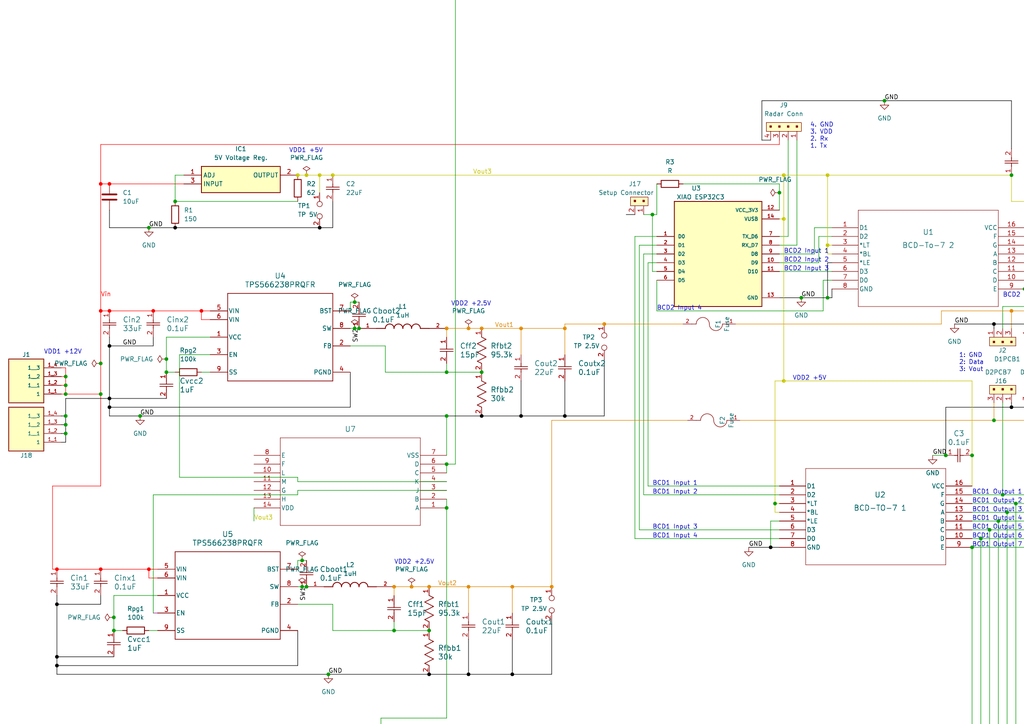
<source format=kicad_sch>
(kicad_sch (version 20230121) (generator eeschema)
  (paper "A4")
  (title_block (title "SDP25 Team18 Main PCB") (date "2025-02-28") (rev "2.1") (company "UMass Amherst") (comment 1 "Designed by Nathan Robinson") (comment 2 "Sam Chicoine") (comment 3 "Alex Johnson") (comment 4 "Kyle Greenwood"))
  (junction (at 240.03 86.36))
  (junction (at 114.3 170.18) (color 221 133 0 1))
  (junction (at 16.51 165.1) (color 255 0 0 1))
  (junction (at 19.05 125.73))
  (junction (at 19.05 123.19))
  (junction (at 96.52 50.8) (color 194 194 0 1))
  (junction (at 114.3 182.88))
  (junction (at 281.94 158.75))
  (junction (at 313.69 118.11) (color 0 0 0 1))
  (junction (at 214.63 -48.26))
  (junction (at 288.29 121.92))
  (junction (at 158.75 -27.94))
  (junction (at 151.13 95.25) (color 221 133 0 1))
  (junction (at 292.1 148.59))
  (junction (at 293.37 118.11) (color 0 0 0 1))
  (junction (at 313.69 90.17) (color 221 133 0 1))
  (junction (at 139.7 107.95))
  (junction (at 16.51 175.26) (color 0 0 0 1))
  (junction (at 48.26 107.95))
  (junction (at 19.05 109.22))
  (junction (at 223.52 158.75) (color 0 0 0 1))
  (junction (at 227.33 63.5) (color 194 194 0 1))
  (junction (at 289.56 151.13))
  (junction (at 48.26 104.14))
  (junction (at 298.45 121.92) (color 221 133 0 1))
  (junction (at 344.17 90.17) (color 221 133 0 1))
  (junction (at 88.9 170.18))
  (junction (at 274.32 132.08))
  (junction (at 16.51 193.04) (color 0 0 0 1))
  (junction (at 158.75 -33.02))
  (junction (at 294.64 146.05))
  (junction (at 304.8 71.12))
  (junction (at 43.18 66.04))
  (junction (at 31.75 53.34) (color 255 0 0 1))
  (junction (at 297.18 83.82))
  (junction (at 334.01 90.17) (color 221 133 0 1))
  (junction (at 29.21 114.3))
  (junction (at 300.99 78.74))
  (junction (at 129.54 95.25) (color 221 133 0 1))
  (junction (at 287.02 153.67))
  (junction (at 29.21 105.41))
  (junction (at 135.89 170.18) (color 221 133 0 1))
  (junction (at 124.46 182.88))
  (junction (at 328.93 121.92) (color 221 133 0 1))
  (junction (at 256.54 29.21))
  (junction (at 135.89 195.58) (color 0 0 0 1))
  (junction (at 299.72 81.28))
  (junction (at 240.03 71.12) (color 194 194 0 1))
  (junction (at 290.83 143.51))
  (junction (at 88.9 245.11))
  (junction (at 102.87 87.63))
  (junction (at 106.68 245.11))
  (junction (at 50.8 254))
  (junction (at 288.29 93.98) (color 0 0 0 1))
  (junction (at 318.77 93.98) (color 0 0 0 1))
  (junction (at 102.87 95.25))
  (junction (at 31.75 118.11) (color 0 0 0 1))
  (junction (at 318.77 121.92) (color 221 133 0 1))
  (junction (at 328.93 93.98) (color 0 0 0 1))
  (junction (at 151.13 120.65) (color 0 0 0 1))
  (junction (at 124.46 195.58) (color 0 0 0 1))
  (junction (at 88.9 50.8) (color 194 194 0 1))
  (junction (at 19.05 114.3))
  (junction (at 29.21 90.17) (color 255 0 0 1))
  (junction (at 58.42 90.17) (color 255 0 0 1))
  (junction (at 160.02 170.18) (color 221 133 0 1))
  (junction (at 148.59 195.58) (color 0 0 0 1))
  (junction (at 209.55 -48.26))
  (junction (at 124.46 170.18) (color 221 133 0 1))
  (junction (at 44.45 90.17) (color 255 0 0 1))
  (junction (at 339.09 93.98) (color 0 0 0 1))
  (junction (at 129.54 134.62))
  (junction (at 302.26 76.2))
  (junction (at 50.8 256.54))
  (junction (at 308.61 93.98) (color 0 0 0 1))
  (junction (at 323.85 90.17) (color 221 133 0 1))
  (junction (at 119.38 170.18) (color 221 133 0 1))
  (junction (at 339.09 121.92) (color 221 133 0 1))
  (junction (at 303.53 73.66))
  (junction (at 50.8 264.16))
  (junction (at 298.45 93.98) (color 0 0 0 1))
  (junction (at 50.8 261.62))
  (junction (at 40.64 120.65))
  (junction (at 50.8 66.04) (color 0 0 0 1))
  (junction (at 33.02 179.07))
  (junction (at 224.79 146.05))
  (junction (at 92.71 50.8) (color 194 194 0 1))
  (junction (at 303.53 90.17) (color 221 133 0 1))
  (junction (at 86.36 50.8) (color 194 194 0 1))
  (junction (at 92.71 66.04) (color 0 0 0 1))
  (junction (at 189.23 62.23))
  (junction (at 95.25 195.58))
  (junction (at 227.33 50.8) (color 194 194 0 1))
  (junction (at 87.63 170.18))
  (junction (at 135.89 95.25) (color 221 133 0 1))
  (junction (at 303.53 118.11) (color 0 0 0 1))
  (junction (at 29.21 53.34) (color 255 0 0 1))
  (junction (at 43.18 165.1) (color 255 0 0 1))
  (junction (at 148.59 170.18) (color 221 133 0 1))
  (junction (at 16.51 190.5) (color 0 0 0 1))
  (junction (at 29.21 165.1) (color 255 0 0 1))
  (junction (at 284.48 156.21))
  (junction (at 163.83 95.25) (color 221 133 0 1))
  (junction (at 129.54 120.65))
  (junction (at 293.37 50.8))
  (junction (at 19.05 111.76))
  (junction (at 139.7 95.25) (color 221 133 0 1))
  (junction (at 226.06 55.88))
  (junction (at 163.83 120.65) (color 0 0 0 1))
  (junction (at 227.33 110.49) (color 194 194 0 1))
  (junction (at 50.8 58.42))
  (junction (at 158.75 -35.56))
  (junction (at 50.8 259.08))
  (junction (at 334.01 118.11) (color 0 0 0 1))
  (junction (at 87.63 162.56))
  (junction (at 31.75 115.57) (color 0 0 0 1))
  (junction (at 240.03 50.8) (color 194 194 0 1))
  (junction (at 33.02 182.88))
  (junction (at 344.17 118.11) (color 0 0 0 1))
  (junction (at 31.75 90.17) (color 255 0 0 1))
  (junction (at 31.75 100.33) (color 0 0 0 1))
  (junction (at 158.75 -25.4))
  (junction (at 129.54 107.95))
  (junction (at 323.85 118.11) (color 0 0 0 1))
  (junction (at 139.7 120.65) (color 0 0 0 1))
  (junction (at 19.05 120.65))
  (junction (at 129.54 147.32))
  (junction (at 104.14 95.25))
  (junction (at 175.26 93.98) (color 221 133 0 1))
  (junction (at 158.75 -30.48))
  (junction (at 281.94 132.08))
  (junction (at 293.37 90.17) (color 221 133 0 1))
  (junction (at 306.07 68.58))
  (junction (at 232.41 86.36))
  (junction (at 308.61 121.92) (color 221 133 0 1))
  (wire (pts (xy 293.37 116.84) (xy 293.37 118.11)) (stroke (width 0) (color 0 0 0 1)))
  (wire (pts (xy 226.06 53.34) (xy 226.06 55.88)))
  (wire (pts (xy 297.18 78.74) (xy 300.99 78.74)))
  (wire (pts (xy 297.18 66.04) (xy 297.18 58.42)) (stroke (width 0) (color 194 194 0 1)))
  (wire (pts (xy 31.75 120.65) (xy 40.64 120.65)) (stroke (width 0) (color 0 0 0 1)))
  (wire (pts (xy 190.5 62.23) (xy 189.23 62.23)))
  (wire (pts (xy 311.15 78.74) (xy 311.15 95.25)))
  (wire (pts (xy 226.06 73.66) (xy 236.22 73.66)))
  (wire (pts (xy 300.99 116.84) (xy 300.99 146.05)))
  (wire (pts (xy 29.21 90.17) (xy 31.75 90.17)) (stroke (width 0) (color 255 0 0 1)))
  (wire (pts (xy 87.63 162.56) (xy 88.9 162.56)))
  (wire (pts (xy 129.54 256.54) (xy 142.24 256.54)))
  (wire (pts (xy 50.8 259.08) (xy 50.8 261.62)))
  (wire (pts (xy 114.3 170.18) (xy 119.38 170.18)) (stroke (width 0) (color 221 133 0 1)))
  (wire (pts (xy 293.37 90.17) (xy 293.37 95.25)) (stroke (width 0) (color 221 133 0 1)))
  (wire (pts (xy 284.48 -17.78) (xy 284.48 -33.02)))
  (wire (pts (xy 88.9 245.11) (xy 50.8 245.11)))
  (wire (pts (xy 308.61 116.84) (xy 308.61 121.92)) (stroke (width 0) (color 221 133 0 1)))
  (wire (pts (xy 158.75 -12.7) (xy 158.75 -20.32)))
  (wire (pts (xy 16.51 175.26) (xy 16.51 190.5)) (stroke (width 0) (color 0 0 0 1)))
  (wire (pts (xy 302.26 -25.4) (xy 280.67 -25.4)))
  (wire (pts (xy 151.13 102.87) (xy 151.13 95.25)) (stroke (width 0) (color 221 133 0 1)))
  (wire (pts (xy 50.8 283.21) (xy 142.24 283.21)))
  (wire (pts (xy 50.8 50.8) (xy 50.8 58.42)))
  (wire (pts (xy 331.47 153.67) (xy 287.02 153.67)))
  (wire (pts (xy 224.79 148.59) (xy 226.06 148.59)) (stroke (width 0) (color 194 194 0 1)))
  (wire (pts (xy 16.51 165.1) (xy 29.21 165.1)) (stroke (width 0) (color 255 0 0 1)))
  (wire (pts (xy 323.85 116.84) (xy 323.85 118.11)) (stroke (width 0) (color 0 0 0 1)))
  (wire (pts (xy 354.33 116.84) (xy 354.33 118.11)) (stroke (width 0) (color 0 0 0 1)))
  (wire (pts (xy 142.24 259.08) (xy 138.43 259.08)))
  (wire (pts (xy 58.42 107.95) (xy 60.96 107.95)))
  (wire (pts (xy 158.75 -48.26) (xy 209.55 -48.26)))
  (wire (pts (xy 107.95 261.62) (xy 107.95 223.52)))
  (wire (pts (xy 19.05 115.57) (xy 19.05 120.65)) (stroke (width 0) (color 0 0 0 1)))
  (wire (pts (xy 349.25 121.92) (xy 339.09 121.92)) (stroke (width 0) (color 221 133 0 1)))
  (wire (pts (xy 226.06 78.74) (xy 241.3 78.74)))
  (wire (pts (xy 280.67 -21.59) (xy 214.63 -21.59)))
  (wire (pts (xy 31.75 90.17) (xy 44.45 90.17)) (stroke (width 0) (color 255 0 0 1)))
  (wire (pts (xy 214.63 121.92) (xy 288.29 121.92)) (stroke (width 0) (color 221 133 0 1)))
  (wire (pts (xy 127 213.36) (xy 281.94 213.36)))
  (wire (pts (xy 43.18 165.1) (xy 45.72 165.1)) (stroke (width 0) (color 255 0 0 1)))
  (wire (pts (xy 306.07 -5.08) (xy 306.07 68.58)))
  (wire (pts (xy 223.52 158.75) (xy 226.06 158.75)) (stroke (width 0) (color 0 0 0 1)))
  (wire (pts (xy 19.05 114.3) (xy 17.78 114.3)) (stroke (width 0) (color 255 0 0 1)))
  (wire (pts (xy 240.03 50.8) (xy 240.03 71.12)) (stroke (width 0) (color 194 194 0 1)))
  (wire (pts (xy 190.5 73.66) (xy 186.69 73.66)))
  (wire (pts (xy 293.37 90.17) (xy 273.05 90.17)) (stroke (width 0) (color 221 133 0 1)))
  (wire (pts (xy 44.45 97.79) (xy 44.45 100.33)) (stroke (width 0) (color 0 0 0 1)))
  (wire (pts (xy 101.6 100.33) (xy 111.76 100.33)))
  (wire (pts (xy 175.26 104.14) (xy 175.26 120.65)) (stroke (width 0) (color 0 0 0 1)))
  (wire (pts (xy 86.36 138.43) (xy 52.07 138.43)))
  (wire (pts (xy 53.34 50.8) (xy 50.8 50.8)))
  (wire (pts (xy 297.18 81.28) (xy 299.72 81.28)))
  (wire (pts (xy 148.59 195.58) (xy 160.02 195.58)) (stroke (width 0) (color 0 0 0 1)))
  (wire (pts (xy 92.71 50.8) (xy 92.71 55.88)) (stroke (width 0) (color 194 194 0 1)))
  (wire (pts (xy 331.47 73.66) (xy 331.47 95.25)))
  (wire (pts (xy 339.09 93.98) (xy 349.25 93.98)) (stroke (width 0) (color 0 0 0 1)))
  (wire (pts (xy 311.15 148.59) (xy 292.1 148.59)))
  (wire (pts (xy 19.05 123.19) (xy 17.78 123.19)) (stroke (width 0) (color 0 0 0 1)))
  (wire (pts (xy 29.21 105.41) (xy 29.21 114.3)) (stroke (width 0) (color 255 0 0 1)))
  (wire (pts (xy 19.05 106.68) (xy 17.78 106.68)) (stroke (width 0) (color 255 0 0 1)))
  (wire (pts (xy 297.18 143.51) (xy 290.83 143.51)))
  (wire (pts (xy 227.33 50.8) (xy 240.03 50.8)) (stroke (width 0) (color 194 194 0 1)))
  (wire (pts (xy 86.36 165.1) (xy 86.36 162.56)))
  (wire (pts (xy 237.49 68.58) (xy 241.3 68.58)))
  (wire (pts (xy 158.75 -27.94) (xy 158.75 -25.4)))
  (wire (pts (xy 334.01 118.11) (xy 323.85 118.11)) (stroke (width 0) (color 0 0 0 1)))
  (wire (pts (xy 349.25 95.25) (xy 349.25 93.98)) (stroke (width 0) (color 0 0 0 1)))
  (wire (pts (xy 344.17 95.25) (xy 344.17 90.17)) (stroke (width 0) (color 221 133 0 1)))
  (wire (pts (xy 33.02 182.88) (xy 35.56 182.88)))
  (wire (pts (xy 184.15 62.23) (xy 181.61 62.23)) (stroke (width 0) (color 0 0 0 1)))
  (wire (pts (xy 29.21 172.72) (xy 29.21 175.26)) (stroke (width 0) (color 0 0 0 1)))
  (wire (pts (xy 227.33 110.49) (xy 281.94 110.49)) (stroke (width 0) (color 194 194 0 1)))
  (wire (pts (xy 129.54 144.78) (xy 129.54 147.32)))
  (wire (pts (xy 304.8 71.12) (xy 341.63 71.12)))
  (wire (pts (xy 298.45 93.98) (xy 298.45 95.25)) (stroke (width 0) (color 0 0 0 1)))
  (wire (pts (xy 198.12 93.98) (xy 175.26 93.98)) (stroke (width 0) (color 221 133 0 1)))
  (wire (pts (xy 198.12 264.16) (xy 199.39 264.16)))
  (wire (pts (xy 238.76 81.28) (xy 238.76 90.17)))
  (wire (pts (xy 354.33 90.17) (xy 344.17 90.17)) (stroke (width 0) (color 221 133 0 1)))
  (wire (pts (xy 86.36 170.18) (xy 87.63 170.18)))
  (wire (pts (xy 189.23 78.74) (xy 189.23 62.23)))
  (wire (pts (xy 101.6 90.17) (xy 101.6 87.63)))
  (wire (pts (xy 19.05 125.73) (xy 19.05 128.27)) (stroke (width 0) (color 0 0 0 1)))
  (wire (pts (xy 129.54 97.79) (xy 129.54 95.25)) (stroke (width 0) (color 221 133 0 1)))
  (wire (pts (xy 223.52 40.64) (xy 220.98 40.64)) (stroke (width 0) (color 0 0 0 1)))
  (wire (pts (xy 224.79 -39.37) (xy 224.79 -27.94)))
  (wire (pts (xy 215.9 -27.94) (xy 215.9 -6.35)))
  (wire (pts (xy 86.36 162.56) (xy 87.63 162.56)))
  (wire (pts (xy 354.33 118.11) (xy 344.17 118.11)) (stroke (width 0) (color 0 0 0 1)))
  (wire (pts (xy 300.99 146.05) (xy 294.64 146.05)))
  (wire (pts (xy 351.79 158.75) (xy 351.79 116.84)))
  (wire (pts (xy 297.18 83.82) (xy 297.18 88.9)))
  (wire (pts (xy 280.67 -48.26) (xy 214.63 -48.26)))
  (wire (pts (xy 224.79 -22.86) (xy 222.25 -22.86)))
  (wire (pts (xy 114.3 182.88) (xy 96.52 182.88)))
  (wire (pts (xy 190.5 71.12) (xy 185.42 71.12)))
  (wire (pts (xy 86.36 50.8) (xy 88.9 50.8)) (stroke (width 0) (color 194 194 0 1)))
  (wire (pts (xy 58.42 90.17) (xy 60.96 90.17)) (stroke (width 0) (color 255 0 0 1)))
  (wire (pts (xy 127 213.36) (xy 127 264.16)))
  (wire (pts (xy 284.48 156.21) (xy 341.63 156.21)))
  (wire (pts (xy 288.29 121.92) (xy 288.29 116.84)) (stroke (width 0) (color 221 133 0 1)))
  (wire (pts (xy 101.6 95.25) (xy 102.87 95.25)))
  (wire (pts (xy 241.3 76.2) (xy 240.03 76.2)) (stroke (width 0) (color 0 0 0 1)))
  (wire (pts (xy 281.94 151.13) (xy 289.56 151.13)))
  (wire (pts (xy 240.03 86.36) (xy 241.3 86.36)) (stroke (width 0) (color 0 0 0 1)))
  (wire (pts (xy 339.09 116.84) (xy 339.09 121.92)) (stroke (width 0) (color 221 133 0 1)))
  (wire (pts (xy 227.33 63.5) (xy 227.33 110.49)) (stroke (width 0) (color 194 194 0 1)))
  (wire (pts (xy 224.79 110.49) (xy 227.33 110.49)) (stroke (width 0) (color 194 194 0 1)))
  (wire (pts (xy 129.54 134.62) (xy 132.08 134.62)))
  (wire (pts (xy 187.96 76.2) (xy 187.96 140.97)))
  (wire (pts (xy 215.9 -6.35) (xy 132.08 -6.35)))
  (wire (pts (xy 160.02 121.92) (xy 199.39 121.92)) (stroke (width 0) (color 221 133 0 1)))
  (wire (pts (xy 293.37 118.11) (xy 274.32 118.11)) (stroke (width 0) (color 0 0 0 1)))
  (wire (pts (xy 50.8 254) (xy 50.8 256.54)))
  (wire (pts (xy 318.77 121.92) (xy 308.61 121.92)) (stroke (width 0) (color 221 133 0 1)))
  (wire (pts (xy 129.54 120.65) (xy 139.7 120.65)) (stroke (width 0) (color 0 0 0 1)))
  (wire (pts (xy 240.03 76.2) (xy 240.03 86.36)) (stroke (width 0) (color 0 0 0 1)))
  (wire (pts (xy 281.94 143.51) (xy 290.83 143.51)))
  (wire (pts (xy 132.08 254) (xy 142.24 254)))
  (wire (pts (xy 60.96 97.79) (xy 48.26 97.79)))
  (wire (pts (xy 241.3 71.12) (xy 240.03 71.12)) (stroke (width 0) (color 194 194 0 1)))
  (wire (pts (xy 29.21 41.91) (xy 29.21 53.34)) (stroke (width 0) (color 255 0 0 1)))
  (wire (pts (xy 341.63 71.12) (xy 341.63 95.25)))
  (wire (pts (xy 298.45 116.84) (xy 298.45 121.92)) (stroke (width 0) (color 221 133 0 1)))
  (wire (pts (xy 31.75 53.34) (xy 29.21 53.34)) (stroke (width 0) (color 255 0 0 1)))
  (wire (pts (xy 139.7 95.25) (xy 151.13 95.25)) (stroke (width 0) (color 221 133 0 1)))
  (wire (pts (xy 240.03 50.8) (xy 293.37 50.8)) (stroke (width 0) (color 194 194 0 1)))
  (wire (pts (xy 185.42 153.67) (xy 226.06 153.67)))
  (wire (pts (xy 303.53 -39.37) (xy 224.79 -39.37)))
  (wire (pts (xy 344.17 90.17) (xy 334.01 90.17)) (stroke (width 0) (color 221 133 0 1)))
  (wire (pts (xy 31.75 115.57) (xy 19.05 115.57)) (stroke (width 0) (color 0 0 0 1)))
  (wire (pts (xy 313.69 116.84) (xy 313.69 118.11)) (stroke (width 0) (color 0 0 0 1)))
  (wire (pts (xy 298.45 -12.7) (xy 298.45 83.82)))
  (wire (pts (xy 17.78 111.76) (xy 19.05 111.76)) (stroke (width 0) (color 255 0 0 1)))
  (wire (pts (xy 323.85 90.17) (xy 313.69 90.17)) (stroke (width 0) (color 221 133 0 1)))
  (wire (pts (xy 111.76 100.33) (xy 111.76 107.95)))
  (wire (pts (xy 313.69 118.11) (xy 303.53 118.11)) (stroke (width 0) (color 0 0 0 1)))
  (wire (pts (xy 223.52 -40.64) (xy 223.52 -25.4)))
  (wire (pts (xy 318.77 116.84) (xy 318.77 121.92)) (stroke (width 0) (color 221 133 0 1)))
  (wire (pts (xy 148.59 177.8) (xy 148.59 170.18)) (stroke (width 0) (color 221 133 0 1)))
  (wire (pts (xy 135.89 177.8) (xy 135.89 170.18)) (stroke (width 0) (color 221 133 0 1)))
  (wire (pts (xy 281.94 148.59) (xy 292.1 148.59)))
  (wire (pts (xy 86.36 193.04) (xy 16.51 193.04)) (stroke (width 0) (color 0 0 0 1)))
  (wire (pts (xy 304.8 -40.64) (xy 223.52 -40.64)))
  (wire (pts (xy 148.59 170.18) (xy 160.02 170.18)) (stroke (width 0) (color 221 133 0 1)))
  (wire (pts (xy 198.12 261.62) (xy 201.93 261.62)))
  (wire (pts (xy 138.43 266.7) (xy 142.24 266.7)))
  (wire (pts (xy 351.79 68.58) (xy 351.79 95.25)))
  (wire (pts (xy 224.79 146.05) (xy 224.79 110.49)) (stroke (width 0) (color 194 194 0 1)))
  (wire (pts (xy 302.26 -25.4) (xy 302.26 76.2)))
  (wire (pts (xy 318.77 93.98) (xy 328.93 93.98)) (stroke (width 0) (color 0 0 0 1)))
  (wire (pts (xy 102.87 87.63) (xy 104.14 87.63)))
  (wire (pts (xy 129.54 107.95) (xy 139.7 107.95)))
  (wire (pts (xy 199.39 264.16) (xy 199.39 276.86)))
  (wire (pts (xy 110.49 256.54) (xy 110.49 264.16)))
  (wire (pts (xy 186.69 143.51) (xy 226.06 143.51)))
  (wire (pts (xy 50.8 66.04) (xy 92.71 66.04)) (stroke (width 0) (color 0 0 0 1)))
  (wire (pts (xy 142.24 261.62) (xy 115.57 261.62)))
  (wire (pts (xy 220.98 -15.24) (xy 224.79 -15.24)))
  (wire (pts (xy 16.51 190.5) (xy 33.02 190.5)) (stroke (width 0) (color 0 0 0 1)))
  (wire (pts (xy 219.71 -25.4) (xy 219.71 -30.48)))
  (wire (pts (xy 106.68 254) (xy 106.68 245.11)))
  (wire (pts (xy 158.75 -35.56) (xy 158.75 -48.26)))
  (wire (pts (xy 297.18 73.66) (xy 303.53 73.66)))
  (wire (pts (xy 231.14 71.12) (xy 226.06 71.12)))
  (wire (pts (xy 17.78 109.22) (xy 19.05 109.22)) (stroke (width 0) (color 255 0 0 1)))
  (wire (pts (xy 163.83 110.49) (xy 163.83 120.65)) (stroke (width 0) (color 0 0 0 1)))
  (wire (pts (xy 280.67 -20.32) (xy 280.67 -21.59)))
  (wire (pts (xy 86.36 143.51) (xy 44.45 143.51)))
  (wire (pts (xy 290.83 88.9) (xy 290.83 95.25)))
  (wire (pts (xy 106.68 245.11) (xy 88.9 245.11)))
  (wire (pts (xy 44.45 90.17) (xy 58.42 90.17)) (stroke (width 0) (color 255 0 0 1)))
  (wire (pts (xy 127 264.16) (xy 142.24 264.16)))
  (wire (pts (xy 114.3 182.88) (xy 124.46 182.88)))
  (wire (pts (xy 73.66 147.32) (xy 73.66 151.13)))
  (wire (pts (xy 297.18 143.51) (xy 297.18 269.24)))
  (wire (pts (xy 139.7 120.65) (xy 151.13 120.65)) (stroke (width 0) (color 0 0 0 1)))
  (wire (pts (xy 209.55 -48.26) (xy 214.63 -48.26)))
  (wire (pts (xy 29.21 114.3) (xy 19.05 114.3)) (stroke (width 0) (color 255 0 0 1)))
  (wire (pts (xy 163.83 102.87) (xy 163.83 95.25)) (stroke (width 0) (color 221 133 0 1)))
  (wire (pts (xy 50.8 58.42) (xy 86.36 58.42)))
  (wire (pts (xy 124.46 195.58) (xy 135.89 195.58)) (stroke (width 0) (color 0 0 0 1)))
  (wire (pts (xy 331.47 116.84) (xy 331.47 153.67)))
  (wire (pts (xy 240.03 71.12) (xy 240.03 73.66)) (stroke (width 0) (color 194 194 0 1)))
  (wire (pts (xy 92.71 66.04) (xy 96.52 66.04)) (stroke (width 0) (color 0 0 0 1)))
  (wire (pts (xy 334.01 90.17) (xy 323.85 90.17)) (stroke (width 0) (color 221 133 0 1)))
  (wire (pts (xy 33.02 179.07) (xy 33.02 182.88)))
  (wire (pts (xy 132.08 -6.35) (xy 132.08 134.62)))
  (wire (pts (xy 300.99 78.74) (xy 311.15 78.74)))
  (wire (pts (xy 288.29 93.98) (xy 298.45 93.98)) (stroke (width 0) (color 0 0 0 1)))
  (wire (pts (xy 106.68 279.4) (xy 106.68 269.24)))
  (wire (pts (xy 101.6 87.63) (xy 102.87 87.63)))
  (wire (pts (xy 52.07 102.87) (xy 60.96 102.87)))
  (wire (pts (xy 280.67 -27.94) (xy 280.67 -48.26)))
  (wire (pts (xy 19.05 120.65) (xy 19.05 123.19)) (stroke (width 0) (color 0 0 0 1)))
  (wire (pts (xy 135.89 95.25) (xy 139.7 95.25)) (stroke (width 0) (color 221 133 0 1)))
  (wire (pts (xy 238.76 90.17) (xy 190.5 90.17)))
  (wire (pts (xy 151.13 110.49) (xy 151.13 120.65)) (stroke (width 0) (color 0 0 0 1)))
  (wire (pts (xy 19.05 120.65) (xy 17.78 120.65)) (stroke (width 0) (color 0 0 0 1)))
  (wire (pts (xy 201.93 279.4) (xy 106.68 279.4)))
  (wire (pts (xy 299.72 81.28) (xy 300.99 81.28)))
  (wire (pts (xy 190.5 78.74) (xy 189.23 78.74)))
  (wire (pts (xy 129.54 139.7) (xy 86.36 139.7)))
  (wire (pts (xy 303.53 95.25) (xy 303.53 90.17)) (stroke (width 0) (color 221 133 0 1)))
  (wire (pts (xy 96.52 58.42) (xy 96.52 66.04)) (stroke (width 0) (color 0 0 0 1)))
  (wire (pts (xy 151.13 120.65) (xy 163.83 120.65)) (stroke (width 0) (color 0 0 0 1)))
  (wire (pts (xy 187.96 140.97) (xy 226.06 140.97)))
  (wire (pts (xy 190.5 90.17) (xy 190.5 81.28)))
  (wire (pts (xy 129.54 107.95) (xy 111.76 107.95)))
  (wire (pts (xy 300.99 -22.86) (xy 300.99 78.74)))
  (wire (pts (xy 19.05 109.22) (xy 19.05 111.76)) (stroke (width 0) (color 255 0 0 1)))
  (wire (pts (xy 31.75 115.57) (xy 31.75 118.11)) (stroke (width 0) (color 0 0 0 1)))
  (wire (pts (xy 281.94 158.75) (xy 351.79 158.75)))
  (wire (pts (xy 219.71 -30.48) (xy 214.63 -30.48)))
  (wire (pts (xy 158.75 -25.4) (xy 158.75 -22.86)))
  (wire (pts (xy 29.21 90.17) (xy 29.21 105.41)) (stroke (width 0) (color 255 0 0 1)))
  (wire (pts (xy 114.3 172.72) (xy 114.3 170.18)) (stroke (width 0) (color 221 133 0 1)))
  (wire (pts (xy 92.71 50.8) (xy 96.52 50.8)) (stroke (width 0) (color 194 194 0 1)))
  (wire (pts (xy 110.49 208.28) (xy 110.49 223.52)))
  (wire (pts (xy 226.06 86.36) (xy 232.41 86.36)) (stroke (width 0) (color 0 0 0 1)))
  (wire (pts (xy 298.45 121.92) (xy 288.29 121.92)) (stroke (width 0) (color 221 133 0 1)))
  (wire (pts (xy 129.54 215.9) (xy 129.54 256.54)))
  (wire (pts (xy 163.83 120.65) (xy 175.26 120.65)) (stroke (width 0) (color 0 0 0 1)))
  (wire (pts (xy 160.02 180.34) (xy 160.02 195.58)) (stroke (width 0) (color 0 0 0 1)))
  (wire (pts (xy 189.23 62.23) (xy 186.69 62.23)))
  (wire (pts (xy 293.37 50.8) (xy 293.37 58.42)) (stroke (width 0) (color 194 194 0 1)))
  (wire (pts (xy 308.61 121.92) (xy 298.45 121.92)) (stroke (width 0) (color 221 133 0 1)))
  (wire (pts (xy 349.25 116.84) (xy 349.25 121.92)) (stroke (width 0) (color 221 133 0 1)))
  (wire (pts (xy 106.68 261.62) (xy 107.95 261.62)))
  (wire (pts (xy 44.45 143.51) (xy 44.45 177.8)))
  (wire (pts (xy 86.36 142.24) (xy 86.36 143.51)))
  (wire (pts (xy 231.14 40.64) (xy 231.14 71.12)))
  (wire (pts (xy 240.03 73.66) (xy 241.3 73.66)) (stroke (width 0) (color 194 194 0 1)))
  (wire (pts (xy 281.94 158.75) (xy 281.94 213.36)))
  (wire (pts (xy 339.09 121.92) (xy 328.93 121.92)) (stroke (width 0) (color 221 133 0 1)))
  (wire (pts (xy 148.59 185.42) (xy 148.59 195.58)) (stroke (width 0) (color 0 0 0 1)))
  (wire (pts (xy 288.29 93.98) (xy 288.29 95.25)) (stroke (width 0) (color 0 0 0 1)))
  (wire (pts (xy 308.61 93.98) (xy 308.61 95.25)) (stroke (width 0) (color 0 0 0 1)))
  (wire (pts (xy 214.63 -21.59) (xy 214.63 -22.86)))
  (wire (pts (xy 289.56 256.54) (xy 198.12 256.54)))
  (wire (pts (xy 15.24 140.97) (xy 15.24 165.1)) (stroke (width 0) (color 255 0 0 1)))
  (wire (pts (xy 48.26 104.14) (xy 48.26 107.95)))
  (wire (pts (xy 300.99 81.28) (xy 300.99 95.25)))
  (wire (pts (xy 50.8 245.11) (xy 50.8 254)))
  (wire (pts (xy 228.6 68.58) (xy 226.06 68.58)))
  (wire (pts (xy 129.54 95.25) (xy 135.89 95.25)) (stroke (width 0) (color 221 133 0 1)))
  (wire (pts (xy 280.67 -17.78) (xy 284.48 -17.78)))
  (wire (pts (xy 323.85 118.11) (xy 313.69 118.11)) (stroke (width 0) (color 0 0 0 1)))
  (wire (pts (xy 107.95 223.52) (xy 110.49 223.52)))
  (wire (pts (xy 129.54 208.28) (xy 110.49 208.28)))
  (wire (pts (xy 222.25 -22.86) (xy 222.25 -17.78)))
  (wire (pts (xy 223.52 151.13) (xy 223.52 158.75)))
  (wire (pts (xy 115.57 261.62) (xy 115.57 259.08)))
  (wire (pts (xy 237.49 76.2) (xy 237.49 68.58)))
  (wire (pts (xy 114.3 180.34) (xy 114.3 182.88)))
  (wire (pts (xy 19.05 125.73) (xy 17.78 125.73)) (stroke (width 0) (color 0 0 0 1)))
  (wire (pts (xy 328.93 93.98) (xy 328.93 95.25)) (stroke (width 0) (color 0 0 0 1)))
  (wire (pts (xy 45.72 172.72) (xy 33.02 172.72)))
  (wire (pts (xy 287.02 153.67) (xy 281.94 153.67)))
  (wire (pts (xy 294.64 146.05) (xy 281.94 146.05)))
  (wire (pts (xy 58.42 92.71) (xy 58.42 90.17)) (stroke (width 0) (color 255 0 0 1)))
  (wire (pts (xy 236.22 66.04) (xy 236.22 73.66)))
  (wire (pts (xy 303.53 118.11) (xy 303.53 116.84)) (stroke (width 0) (color 0 0 0 1)))
  (wire (pts (xy 293.37 58.42) (xy 297.18 58.42)) (stroke (width 0) (color 194 194 0 1)))
  (wire (pts (xy 43.18 66.04) (xy 50.8 66.04)) (stroke (width 0) (color 0 0 0 1)))
  (wire (pts (xy 220.98 40.64) (xy 220.98 29.21)) (stroke (width 0) (color 0 0 0 1)))
  (wire (pts (xy 16.51 190.5) (xy 16.51 193.04)) (stroke (width 0) (color 0 0 0 1)))
  (wire (pts (xy 190.5 76.2) (xy 187.96 76.2)))
  (wire (pts (xy 138.43 259.08) (xy 138.43 266.7)))
  (wire (pts (xy 297.18 76.2) (xy 302.26 76.2)))
  (wire (pts (xy 88.9 50.8) (xy 92.71 50.8)) (stroke (width 0) (color 194 194 0 1)))
  (wire (pts (xy 175.26 93.98) (xy 163.83 93.98)) (stroke (width 0) (color 221 133 0 1)))
  (wire (pts (xy 129.54 215.9) (xy 284.48 215.9)))
  (wire (pts (xy 226.06 146.05) (xy 224.79 146.05)) (stroke (width 0) (color 194 194 0 1)))
  (wire (pts (xy 226.06 76.2) (xy 237.49 76.2)))
  (wire (pts (xy 31.75 97.79) (xy 31.75 100.33)) (stroke (width 0) (color 0 0 0 1)))
  (wire (pts (xy 214.63 -48.26) (xy 214.63 -35.56)))
  (wire (pts (xy 40.64 120.65) (xy 129.54 120.65)) (stroke (width 0) (color 0 0 0 1)))
  (wire (pts (xy 214.63 -20.32) (xy 224.79 -20.32)))
  (wire (pts (xy 163.83 93.98) (xy 163.83 95.25)) (stroke (width 0) (color 221 133 0 1)))
  (wire (pts (xy 31.75 60.96) (xy 31.75 66.04)) (stroke (width 0) (color 0 0 0 1)))
  (wire (pts (xy 129.54 134.62) (xy 129.54 137.16)))
  (wire (pts (xy 297.18 71.12) (xy 304.8 71.12)))
  (wire (pts (xy 119.38 170.18) (xy 124.46 170.18)) (stroke (width 0) (color 221 133 0 1)))
  (wire (pts (xy 132.08 218.44) (xy 287.02 218.44)))
  (wire (pts (xy 19.05 111.76) (xy 19.05 114.3)) (stroke (width 0) (color 255 0 0 1)))
  (wire (pts (xy 228.6 40.64) (xy 228.6 68.58)))
  (wire (pts (xy 220.98 29.21) (xy 256.54 29.21)) (stroke (width 0) (color 0 0 0 1)))
  (wire (pts (xy 198.12 245.11) (xy 106.68 245.11)))
  (wire (pts (xy 289.56 151.13) (xy 321.31 151.13)))
  (wire (pts (xy 158.75 -35.56) (xy 158.75 -33.02)))
  (wire (pts (xy 334.01 116.84) (xy 334.01 118.11)) (stroke (width 0) (color 0 0 0 1)))
  (wire (pts (xy 290.83 116.84) (xy 290.83 143.51)))
  (wire (pts (xy 44.45 177.8) (xy 45.72 177.8)) (stroke (width 0) (color 132 0 132 1)))
  (wire (pts (xy 222.25 -17.78) (xy 224.79 -17.78)))
  (wire (pts (xy 198.12 53.34) (xy 226.06 53.34)))
  (wire (pts (xy 311.15 116.84) (xy 311.15 148.59)))
  (wire (pts (xy 102.87 95.25) (xy 104.14 95.25)))
  (wire (pts (xy 199.39 276.86) (xy 111.76 276.86)))
  (wire (pts (xy 339.09 93.98) (xy 339.09 95.25)) (stroke (width 0) (color 0 0 0 1)))
  (wire (pts (xy 284.48 156.21) (xy 284.48 215.9)))
  (wire (pts (xy 129.54 147.32) (xy 129.54 208.28)))
  (wire (pts (xy 135.89 185.42) (xy 135.89 195.58)) (stroke (width 0) (color 0 0 0 1)))
  (wire (pts (xy 48.26 107.95) (xy 50.8 107.95)))
  (wire (pts (xy 214.63 -25.4) (xy 219.71 -25.4)))
  (wire (pts (xy 298.45 93.98) (xy 308.61 93.98)) (stroke (width 0) (color 0 0 0 1)))
  (wire (pts (xy 16.51 195.58) (xy 95.25 195.58)) (stroke (width 0) (color 0 0 0 1)))
  (wire (pts (xy 29.21 53.34) (xy 29.21 90.17)) (stroke (width 0) (color 255 0 0 1)))
  (wire (pts (xy 328.93 121.92) (xy 318.77 121.92)) (stroke (width 0) (color 221 133 0 1)))
  (wire (pts (xy 321.31 151.13) (xy 321.31 116.84)))
  (wire (pts (xy 15.24 165.1) (xy 16.51 165.1)) (stroke (width 0) (color 255 0 0 1)))
  (wire (pts (xy 31.75 100.33) (xy 31.75 115.57)) (stroke (width 0) (color 0 0 0 1)))
  (wire (pts (xy 111.76 276.86) (xy 111.76 266.7)))
  (wire (pts (xy 29.21 165.1) (xy 43.18 165.1)) (stroke (width 0) (color 255 0 0 1)))
  (wire (pts (xy 129.54 142.24) (xy 86.36 142.24)))
  (wire (pts (xy 299.72 -15.24) (xy 280.67 -15.24)))
  (wire (pts (xy 160.02 121.92) (xy 160.02 170.18)) (stroke (width 0) (color 221 133 0 1)))
  (wire (pts (xy 52.07 102.87) (xy 52.07 138.43)))
  (wire (pts (xy 224.79 -12.7) (xy 158.75 -12.7)))
  (wire (pts (xy 284.48 -33.02) (xy 214.63 -33.02)))
  (wire (pts (xy 111.76 266.7) (xy 106.68 266.7)))
  (wire (pts (xy 101.6 107.95) (xy 101.6 118.11)) (stroke (width 0) (color 0 0 0 1)))
  (wire (pts (xy 158.75 -33.02) (xy 158.75 -30.48)))
  (wire (pts (xy 29.21 114.3) (xy 29.21 140.97)) (stroke (width 0) (color 255 0 0 1)))
  (wire (pts (xy 95.25 195.58) (xy 124.46 195.58)) (stroke (width 0) (color 0 0 0 1)))
  (wire (pts (xy 214.63 -27.94) (xy 215.9 -27.94)))
  (wire (pts (xy 106.68 256.54) (xy 110.49 256.54)))
  (wire (pts (xy 281.94 156.21) (xy 284.48 156.21)))
  (wire (pts (xy 60.96 92.71) (xy 58.42 92.71)) (stroke (width 0) (color 255 0 0 1)))
  (wire (pts (xy 297.18 83.82) (xy 298.45 83.82)))
  (wire (pts (xy 241.3 83.82) (xy 241.3 86.36)) (stroke (width 0) (color 0 0 0 1)))
  (wire (pts (xy 287.02 218.44) (xy 287.02 153.67)))
  (wire (pts (xy 289.56 151.13) (xy 289.56 256.54)))
  (wire (pts (xy 142.24 283.21) (xy 142.24 269.24)))
  (wire (pts (xy 31.75 53.34) (xy 53.34 53.34)) (stroke (width 0) (color 255 0 0 1)))
  (wire (pts (xy 129.54 120.65) (xy 129.54 132.08)))
  (wire (pts (xy 302.26 76.2) (xy 321.31 76.2)))
  (wire (pts (xy 190.5 68.58) (xy 184.15 68.58)))
  (wire (pts (xy 86.36 139.7) (xy 86.36 138.43)))
  (wire (pts (xy 129.54 105.41) (xy 129.54 107.95)))
  (wire (pts (xy 313.69 95.25) (xy 313.69 90.17)) (stroke (width 0) (color 221 133 0 1)))
  (wire (pts (xy 226.06 40.64) (xy 226.06 41.91)) (stroke (width 0) (color 255 0 0 1)))
  (wire (pts (xy 198.12 254) (xy 198.12 245.11)))
  (wire (pts (xy 31.75 100.33) (xy 44.45 100.33)) (stroke (width 0) (color 0 0 0 1)))
  (wire (pts (xy 33.02 172.72) (xy 33.02 179.07)))
  (wire (pts (xy 341.63 156.21) (xy 341.63 116.84)))
  (wire (pts (xy 313.69 90.17) (xy 303.53 90.17)) (stroke (width 0) (color 221 133 0 1)))
  (wire (pts (xy 304.8 -40.64) (xy 304.8 71.12)))
  (wire (pts (xy 344.17 118.11) (xy 334.01 118.11)) (stroke (width 0) (color 0 0 0 1)))
  (wire (pts (xy 298.45 -12.7) (xy 280.67 -12.7)))
  (wire (pts (xy 135.89 170.18) (xy 148.59 170.18)) (stroke (width 0) (color 221 133 0 1)))
  (wire (pts (xy 303.53 90.17) (xy 293.37 90.17)) (stroke (width 0) (color 221 133 0 1)))
  (wire (pts (xy 281.94 110.49) (xy 281.94 132.08)) (stroke (width 0) (color 194 194 0 1)))
  (wire (pts (xy 16.51 172.72) (xy 16.51 175.26)) (stroke (width 0) (color 0 0 0 1)))
  (wire (pts (xy 86.36 182.88) (xy 86.36 193.04)) (stroke (width 0) (color 0 0 0 1)))
  (wire (pts (xy 270.51 132.08) (xy 274.32 132.08)))
  (wire (pts (xy 96.52 50.8) (xy 227.33 50.8)) (stroke (width 0) (color 194 194 0 1)))
  (wire (pts (xy 31.75 118.11) (xy 31.75 120.65)) (stroke (width 0) (color 0 0 0 1)))
  (wire (pts (xy 274.32 118.11) (xy 274.32 132.08)) (stroke (width 0) (color 0 0 0 1)))
  (wire (pts (xy 124.46 170.18) (xy 135.89 170.18)) (stroke (width 0) (color 221 133 0 1)))
  (wire (pts (xy 50.8 264.16) (xy 50.8 266.7)))
  (wire (pts (xy 29.21 175.26) (xy 16.51 175.26)) (stroke (width 0) (color 0 0 0 1)))
  (wire (pts (xy 306.07 68.58) (xy 351.79 68.58)))
  (wire (pts (xy 303.53 -39.37) (xy 303.53 73.66)))
  (wire (pts (xy 306.07 -5.08) (xy 220.98 -5.08)))
  (wire (pts (xy 184.15 68.58) (xy 184.15 156.21)))
  (wire (pts (xy 334.01 95.25) (xy 334.01 90.17)) (stroke (width 0) (color 221 133 0 1)))
  (wire (pts (xy 185.42 71.12) (xy 185.42 153.67)))
  (wire (pts (xy 50.8 269.24) (xy 50.8 283.21)))
  (wire (pts (xy 321.31 76.2) (xy 321.31 95.25)))
  (wire (pts (xy 297.18 88.9) (xy 290.83 88.9)))
  (wire (pts (xy 227.33 50.8) (xy 227.33 63.5)) (stroke (width 0) (color 194 194 0 1)))
  (wire (pts (xy 29.21 41.91) (xy 226.06 41.91)) (stroke (width 0) (color 255 0 0 1)))
  (wire (pts (xy 186.69 73.66) (xy 186.69 143.51)))
  (wire (pts (xy 19.05 123.19) (xy 19.05 125.73)) (stroke (width 0) (color 0 0 0 1)))
  (wire (pts (xy 43.18 167.64) (xy 43.18 165.1)) (stroke (width 0) (color 255 0 0 1)))
  (wire (pts (xy 19.05 106.68) (xy 19.05 109.22)) (stroke (width 0) (color 255 0 0 1)))
  (wire (pts (xy 293.37 43.18) (xy 293.37 29.21)) (stroke (width 0) (color 0 0 0 1)))
  (wire (pts (xy 294.64 266.7) (xy 198.12 266.7)))
  (wire (pts (xy 96.52 175.26) (xy 96.52 182.88)))
  (wire (pts (xy 288.29 93.98) (xy 276.86 93.98)) (stroke (width 0) (color 0 0 0 1)))
  (wire (pts (xy 226.06 55.88) (xy 226.06 60.96)))
  (wire (pts (xy 45.72 167.64) (xy 43.18 167.64)) (stroke (width 0) (color 255 0 0 1)))
  (wire (pts (xy 29.21 140.97) (xy 15.24 140.97)) (stroke (width 0) (color 255 0 0 1)))
  (wire (pts (xy 292.1 148.59) (xy 292.1 259.08)))
  (wire (pts (xy 297.18 68.58) (xy 306.07 68.58)))
  (wire (pts (xy 190.5 53.34) (xy 190.5 62.23)))
  (wire (pts (xy 217.17 158.75) (xy 223.52 158.75)) (stroke (width 0) (color 0 0 0 1)))
  (wire (pts (xy 292.1 259.08) (xy 198.12 259.08)))
  (wire (pts (xy 323.85 95.25) (xy 323.85 90.17)) (stroke (width 0) (color 221 133 0 1)))
  (wire (pts (xy 220.98 -5.08) (xy 220.98 -15.24)))
  (wire (pts (xy 344.17 116.84) (xy 344.17 118.11)) (stroke (width 0) (color 0 0 0 1)))
  (wire (pts (xy 101.6 118.11) (xy 31.75 118.11)) (stroke (width 0) (color 0 0 0 1)))
  (wire (pts (xy 110.49 264.16) (xy 106.68 264.16)))
  (wire (pts (xy 43.18 182.88) (xy 45.72 182.88)))
  (wire (pts (xy 273.05 90.17) (xy 273.05 93.98)) (stroke (width 0) (color 221 133 0 1)))
  (wire (pts (xy 115.57 259.08) (xy 106.68 259.08)))
  (wire (pts (xy 223.52 -25.4) (xy 224.79 -25.4)))
  (wire (pts (xy 16.51 193.04) (xy 16.51 195.58)) (stroke (width 0) (color 0 0 0 1)))
  (wire (pts (xy 303.53 73.66) (xy 331.47 73.66)))
  (wire (pts (xy 236.22 66.04) (xy 241.3 66.04)))
  (wire (pts (xy 318.77 93.98) (xy 318.77 95.25)) (stroke (width 0) (color 0 0 0 1)))
  (wire (pts (xy 87.63 170.18) (xy 88.9 170.18)))
  (wire (pts (xy 50.8 261.62) (xy 50.8 264.16)))
  (wire (pts (xy 328.93 93.98) (xy 339.09 93.98)) (stroke (width 0) (color 0 0 0 1)))
  (wire (pts (xy 50.8 256.54) (xy 50.8 259.08)))
  (wire (pts (xy 158.75 -30.48) (xy 158.75 -27.94)))
  (wire (pts (xy 201.93 261.62) (xy 201.93 279.4)))
  (wire (pts (xy 227.33 63.5) (xy 226.06 63.5)) (stroke (width 0) (color 194 194 0 1)))
  (wire (pts (xy 224.79 146.05) (xy 224.79 148.59)) (stroke (width 0) (color 194 194 0 1)))
  (wire (pts (xy 232.41 86.36) (xy 240.03 86.36)) (stroke (width 0) (color 0 0 0 1)))
  (wire (pts (xy 226.06 151.13) (xy 223.52 151.13)))
  (wire (pts (xy 241.3 81.28) (xy 238.76 81.28)))
  (wire (pts (xy 226.06 156.21) (xy 184.15 156.21)))
  (wire (pts (xy 293.37 118.11) (xy 303.53 118.11)) (stroke (width 0) (color 0 0 0 1)))
  (wire (pts (xy 86.36 175.26) (xy 96.52 175.26)))
  (wire (pts (xy 135.89 195.58) (xy 148.59 195.58)) (stroke (width 0) (color 0 0 0 1)))
  (wire (pts (xy 19.05 128.27) (xy 17.78 128.27)) (stroke (width 0) (color 0 0 0 1)))
  (wire (pts (xy 31.75 115.57) (xy 48.26 115.57)) (stroke (width 0) (color 0 0 0 1)))
  (wire (pts (xy 281.94 132.08) (xy 281.94 140.97)) (stroke (width 0) (color 194 194 0 1)))
  (wire (pts (xy 31.75 66.04) (xy 43.18 66.04)) (stroke (width 0) (color 0 0 0 1)))
  (wire (pts (xy 354.33 95.25) (xy 354.33 90.17)) (stroke (width 0) (color 221 133 0 1)))
  (wire (pts (xy 132.08 218.44) (xy 132.08 254)))
  (wire (pts (xy 256.54 29.21) (xy 293.37 29.21)) (stroke (width 0) (color 0 0 0 1)))
  (wire (pts (xy 48.26 97.79) (xy 48.26 104.14)))
  (wire (pts (xy 273.05 93.98) (xy 213.36 93.98)) (stroke (width 0) (color 221 133 0 1)))
  (wire (pts (xy 299.72 -15.24) (xy 299.72 81.28)))
  (wire (pts (xy 151.13 95.25) (xy 163.83 95.25)) (stroke (width 0) (color 221 133 0 1)))
  (wire (pts (xy 297.18 269.24) (xy 198.12 269.24)))
  (wire (pts (xy 294.64 146.05) (xy 294.64 266.7)))
  (wire (pts (xy 328.93 116.84) (xy 328.93 121.92)) (stroke (width 0) (color 221 133 0 1)))
  (wire (pts (xy 300.99 -22.86) (xy 280.67 -22.86)))
  (wire (pts (xy 308.61 93.98) (xy 318.77 93.98)) (stroke (width 0) (color 0 0 0 1)))
  (text "BCD2 Output 2" (at 298.45 71.12 0) (effects (font (size 1.27 1.27)) (justify left bottom)))
  (text "VDD1 +5V" (at 83.82 44.45 0) (effects (font (size 1.27 1.27)) (justify left bottom)))
  (text "BCD2 Output 5" (at 298.45 78.74 0) (effects (font (size 1.27 1.27)) (justify left bottom)))
  (text "BCD1 Input 4" (at 189.23 156.21 0) (effects (font (size 1.27 1.27)) (justify left bottom)))
  (text "1: GND\n2: Data\n3: Vout\n" (at 278.13 107.95 0) (effects (font (size 1.27 1.27)) (justify left bottom)))
  (text "BCD1 Output 7" (at 281.94 158.75 0) (effects (font (size 1.27 1.27)) (justify left bottom)))
  (text "VDD2 +2.5V" (at 114.3 163.83 0) (effects (font (size 1.27 1.27)) (justify left bottom)))
  (text "BCD1 Output 2" (at 281.94 146.05 0) (effects (font (size 1.27 1.27)) (justify left bottom)))
  (text "BCD1 Output 3" (at 281.94 148.59 0) (effects (font (size 1.27 1.27)) (justify left bottom)))
  (text "VDD2 +5V" (at 229.87 110.49 0) (effects (font (size 1.27 1.27)) (justify left bottom)))
  (text "BCD2 Output 1" (at 298.45 68.58 0) (effects (font (size 1.27 1.27)) (justify left bottom)))
  (text "BCD2 Input 2" (at 227.33 76.2 0) (effects (font (size 1.27 1.27)) (justify left bottom)))
  (text "BCD2 Output 3" (at 298.5394 73.7297 0) (effects (font (size 1.27 1.27)) (justify left bottom)))
  (text "BCD2 Input 4" (at 190.5 90.17 0) (effects (font (size 1.27 1.27)) (justify left bottom)))
  (text "BCD1 Input 3" (at 189.23 153.67 0) (effects (font (size 1.27 1.27)) (justify left bottom)))
  (text "BCD2 Input 3" (at 227.33 78.74 0) (effects (font (size 1.27 1.27)) (justify left bottom)))
  (text "BCD2 Output 4" (at 298.45 76.2 0) (effects (font (size 1.27 1.27)) (justify left bottom)))
  (text "BCD1 Output 4" (at 281.94 151.13 0) (effects (font (size 1.27 1.27)) (justify left bottom)))
  (text "VDD1 +12V" (at 12.7 102.87 0) (effects (font (size 1.27 1.27)) (justify left bottom)))
  (text "BCD2 Input 1" (at 227.33 73.66 0) (effects (font (size 1.27 1.27)) (justify left bottom)))
  (text "BCD2 Output 6" (at 297.18 81.28 0) (effects (font (size 1.27 1.27)) (justify left bottom)))
  (text "BCD1 Output 1" (at 281.94 143.51 0) (effects (font (size 1.27 1.27)) (justify left bottom)))
  (text "BCD1 Output 5" (at 281.94 153.67 0) (effects (font (size 1.27 1.27)) (justify left bottom)))
  (text "BCD1 Input 2" (at 189.23 143.51 0) (effects (font (size 1.27 1.27)) (justify left bottom)))
  (text "VDD2 +2.5V" (at 130.81 88.9 0) (effects (font (size 1.27 1.27)) (justify left bottom)))
  (text "4. GND\n3. VDD\n2. Rx\n1. Tx" (at 234.95 43.18 0) (effects (font (size 1.27 1.27)) (justify left bottom)))
  (text "BCD1 Output 6" (at 281.94 156.21 0) (effects (font (size 1.27 1.27)) (justify left bottom)))
  (text "BCD2 Output 7" (at 290.83 86.36 0) (effects (font (size 1.27 1.27)) (justify left bottom)))
  (text "BCD1 Input 1" (at 189.23 140.97 0) (effects (font (size 1.27 1.27)) (justify left bottom)))
  (label "GND" (at 256.54 29.21 0))
  (label "Vout3" (at 73.66 151.13 0))
  (label "GND" (at 95.25 245.11 0))
  (label "GND" (at 219.71 -48.26 0))
  (label "GND" (at 95.25 195.58 0))
  (label "Vout3" (at 137.16 50.8 0))
  (label "Vout3" (at 80.01 283.21 0))
  (label "Vin" (at 29.21 86.36 0))
  (label "GND" (at 270.51 132.08 0))
  (label "GND" (at 276.86 93.98 0))
  (label "Vout2" (at 127 170.18 0))
  (label "GND" (at 40.64 120.65 0))
  (label "GND" (at 217.17 158.75 0))
  (label "Vout1" (at 143.51 95.25 0))
  (label "GND" (at 35.56 100.33 0))
  (label "Vout3" (at 165.1 -12.7 0))
  (label "GND" (at 232.41 86.36 0))
  (label "SW2" (at 104.14 95.25 270))
  (label "SW1" (at 88.9 170.18 270))
  (label "GND" (at 43.18 66.04 0))
  (symbol (lib_id "Device:R") (at 86.36 54.61 0) (unit 1)
    (property "Reference" "R2" (at 88.9 53.34 0) (effects (justify left)))
    (property "Value" "62" (at 88.9 55.88 0) (effects (justify left)))
    (property "Footprint" "ERJ_2RKF62R0X:ERJ_2RKF62R0X" (effects hide))
  )
  (symbol (lib_id "power:PWR_FLAG") (at 102.87 95.25 0) (unit 1)
    (property "Reference" "#FLG09" (effects hide))
    (property "Value" "PWR_FLAG" (at 102.87 90.17 0))
  )
  (symbol (lib_id "Device:R") (at 54.61 107.95 90) (unit 1)
    (property "Reference" "Rpg2" (at 54.61 101.6 90))
    (property "Value" "100k" (at 54.61 104.14 90))
    (property "Footprint" "Resistor_THT:R_Axial_DIN0207_L6.3mm_D2.5mm_P2.54mm_Vertical" (effects hide))
  )
  (symbol (lib_id "power:PWR_FLAG") (at 87.63 162.56 0) (unit 1)
    (property "Reference" "#FLG03" (effects hide))
    (property "Value" "PWR_FLAG" (at 87.63 157.48 0))
  )
  (symbol (lib_id "power:GND") (at 40.64 120.65 0) (unit 1)
    (property "Reference" "#PWR02" (effects hide))
    (property "Value" "GND" (at 40.64 125.73 0))
  )
  (symbol (lib_id "EMK107B7105KA_T:EMK107B7105KA-T") (at 48.26 107.95 270) (unit 1)
    (property "Reference" "Cvcc2" (at 52.07 110.49 90) (effects (font (size 1.524 1.524)) (justify left)))
    (property "Value" "1uF" (at 52.07 113.03 90) (effects (font (size 1.524 1.524)) (justify left)))
    (property "Footprint" "EMK107B7105KA_T:cap_UMK107ABJ474KA-T_TAY" (effects hide))
    (property "Datasheet" "EMK107B7105KA-T" (effects hide))
  )
  (symbol (lib_id "CRCW040295K3FKED:CRCW040295K3FKED") (at 124.46 182.88 90) (unit 1)
    (property "Reference" "Rfbt1" (at 127 175.26 90) (effects (font (size 1.524 1.524)) (justify right)))
    (property "Value" "95.3k" (at 127 177.8 90) (effects (font (size 1.524 1.524)) (justify right)))
    (property "Footprint" "CRCW040295K3FKED:RC0402N_VIS" (effects hide))
    (property "Datasheet" "CRCW040295K3FKED" (effects hide))
  )
  (symbol (lib_name "CD74HCT4511E_1") (lib_id "2024-10-17_18-41-22:CD74HCT4511E") (at 226.06 140.97 0) (unit 1)
    (property "Reference" "U2" (at 255.27 143.51 0) (effects (font (size 1.524 1.524))))
    (property "Value" "BCD-TO-7 1" (at 255.27 147.32 0) (effects (font (size 1.524 1.524))))
    (property "Footprint" "CD74HCT4511E:N16" (effects hide))
    (property "Datasheet" "CD74HCT4511E" (effects hide))
  )
  (symbol (lib_id "power:PWR_FLAG") (at 135.89 95.25 0) (unit 1)
    (property "Reference" "#FLG05" (effects hide))
    (property "Value" "PWR_FLAG" (at 135.89 90.17 0))
  )
  (symbol (lib_id "power:PWR_FLAG") (at 88.9 50.8 0) (unit 1)
    (property "Reference" "#FLG04" (effects hide))
    (property "Value" "PWR_FLAG" (at 88.9 45.72 0))
  )
  (symbol (lib_id "C3216X5R1E336M160AC:C3216X5R1E336M160AC") (at 16.51 165.1 270) (unit 1)
    (property "Reference" "Cin1" (at 20.32 167.64 90) (effects (font (size 1.524 1.524)) (justify left)))
    (property "Value" "33uF" (at 20.32 170.18 90) (effects (font (size 1.524 1.524)) (justify left)))
    (property "Footprint" "C3216X5R1E336M160AC:CAP_3216_TDK" (effects hide))
    (property "Datasheet" "C3216X5R1E336M160AC" (effects hide))
  )
  (symbol (lib_id "power:PWR_FLAG") (at 33.02 179.07 90) (unit 1)
    (property "Reference" "#FLG07" (effects hide))
    (property "Value" "PWR_FLAG" (at 29.21 179.07 90) (effects (justify left)))
  )
  (symbol (lib_id "Device:R") (at 39.37 182.88 90) (unit 1)
    (property "Reference" "Rpg1" (at 39.37 176.53 90))
    (property "Value" "100k" (at 39.37 179.07 90))
    (property "Footprint" "Resistor_THT:R_Axial_DIN0207_L6.3mm_D2.5mm_P2.54mm_Vertical" (effects hide))
  )
  (symbol (lib_id "FG18X7R1H104KNT00:FG18X7R1H104KNT00") (at 148.59 177.8 270) (unit 1)
    (property "Reference" "Coutx1" (at 152.4 180.34 90) (effects (font (size 1.524 1.524)) (justify left)))
    (property "Value" "0.1uF" (at 152.4 182.88 90) (effects (font (size 1.524 1.524)) (justify left)))
    (property "Footprint" "FG18X7R1H104KNT00:CAP_FG18_TDK" (effects hide))
    (property "Datasheet" "FG18X7R1H104KNT00" (effects hide))
  )
  (symbol (lib_id "power:GND") (at 270.51 132.08 0) (unit 1)
    (property "Reference" "#PWR06" (effects hide))
    (property "Value" "GND" (at 270.51 137.16 0))
  )
  (symbol (lib_id "Device:R") (at 194.31 53.34 90) (unit 1)
    (property "Reference" "R3" (at 194.31 46.99 90))
    (property "Value" "R" (at 194.31 49.53 90))
    (property "Footprint" "Resistor_THT:R_Axial_DIN0207_L6.3mm_D2.5mm_P2.54mm_Vertical" (effects hide))
  )
  (symbol (lib_id "FA18C0G1H150JNU00:FA18C0G1H150JNU00") (at 129.54 97.79 270) (unit 1)
    (property "Reference" "Cff2" (at 133.35 100.33 90) (effects (font (size 1.524 1.524)) (justify left)))
    (property "Value" "15pF" (at 133.35 102.87 90) (effects (font (size 1.524 1.524)) (justify left)))
    (property "Footprint" "FA18C0G1H150JNU00:CAP_FA18_TDK" (effects hide))
    (property "Datasheet" "FA18C0G1H150JNU00" (effects hide))
  )
  (symbol (lib_id "EEAGA1H220:EEAGA1H220") (at 96.52 50.8 270) (unit 1)
    (property "Reference" "C2" (at 100.33 53.34 90) (effects (justify left)))
    (property "Value" "22uF" (at 100.33 55.88 90) (effects (justify left)))
    (property "Footprint" "GRM21BR61A226ME44L:CAP_GRM21B_MUR" (effects hide))
    (property "Datasheet" "EEAGA1H220" (effects hide))
  )
  (symbol (lib_id "dk_Rectangular-Connectors-Headers-Male-Pins:B3B-XH-A_LF__SN_") (at 288.29 97.79 0) (unit 1)
    (property "Reference" "J2" (at 289.56 101.6 0) (effects (justify left)))
    (property "Value" "D1PCB1" (at 288.29 104.14 0) (effects (justify left)))
    (property "Footprint" "Connector_JST:JST_PH_B3B-PH-K_1x03_P2.00mm_Vertical" (effects hide))
    (property "Datasheet" "http://www.jst-mfg.com/product/pdf/eng/eXH.pdf" (effects hide))
    (property "Digi-Key_PN" "455-2248-ND" (effects hide))
    (property "MPN" "B3B-XH-A(LF)(SN)" (effects hide))
    (property "Category" "Connectors, Interconnects" (effects hide))
    (property "Family" "Rectangular Connectors - Headers, Male Pins" (effects hide))
    (property "DK_Datasheet_Link" "http://www.jst-mfg.com/product/pdf/eng/eXH.pdf" (effects hide))
    (property "DK_Detail_Page" "/product-detail/en/jst-sales-america-inc/B3B-XH-A(LF)(SN)/455-2248-ND/1651046" (effects hide))
    (property "Description" "CONN HEADER VERT 3POS 2.5MM" (effects hide))
    (property "Manufacturer" "JST Sales America Inc." (effects hide))
    (property "Status" "Active" (effects hide))
  )
  (symbol (lib_id "FG18X7R1H104KNT00:FG18X7R1H104KNT00") (at 163.83 102.87 270) (unit 1)
    (property "Reference" "Coutx2" (at 167.64 105.41 90) (effects (font (size 1.524 1.524)) (justify left)))
    (property "Value" "0.1uF" (at 167.64 107.95 90) (effects (font (size 1.524 1.524)) (justify left)))
    (property "Footprint" "FG18X7R1H104KNT00:CAP_FG18_TDK" (effects hide))
    (property "Datasheet" "FG18X7R1H104KNT00" (effects hide))
  )
  (symbol (lib_id "power:GND") (at 256.54 29.21 0) (unit 1)
    (property "Reference" "#PWR08" (effects hide))
    (property "Value" "GND" (at 256.54 34.29 0))
  )
  (symbol (lib_id "FG18X7R1H104KNT00:FG18X7R1H104KNT00") (at 88.9 170.18 90) (unit 1)
    (property "Reference" "Cboot1" (at 92.71 165.1 90) (effects (font (size 1.524 1.524)) (justify right)))
    (property "Value" "0.1uF" (at 92.71 167.64 90) (effects (font (size 1.524 1.524)) (justify right)))
    (property "Footprint" "FG18X7R1H104KNT00:CAP_FG18_TDK" (effects hide))
    (property "Datasheet" "FG18X7R1H104KNT00" (effects hide))
  )
  (symbol (lib_id "0685T6000-01:0685T6000-01") (at 207.01 121.92 180) (unit 1)
    (property "Reference" "F2" (at 209.55 121.92 90))
    (property "Value" "Fuse" (at 212.09 121.92 90))
    (property "Footprint" "0685T6000_01:FUSC3215X83N" (effects hide))
    (property "PARTREV" "Jan2019" (effects hide))
    (property "STANDARD" "IPC-7351B" (effects hide))
    (property "MAXIMUM_PACKAGE_HEIGHT" "0.83mm" (effects hide))
    (property "MANUFACTURER" "BELFUSE" (effects hide))
  )
  (symbol (lib_id "FG18X7R1H104KNT00:FG18X7R1H104KNT00") (at 104.14 95.25 90) (unit 1)
    (property "Reference" "Cboot2" (at 107.95 90.17 90) (effects (font (size 1.524 1.524)) (justify right)))
    (property "Value" "0.1uF" (at 107.95 92.71 90) (effects (font (size 1.524 1.524)) (justify right)))
    (property "Footprint" "FG18X7R1H104KNT00:CAP_FG18_TDK" (effects hide))
    (property "Datasheet" "FG18X7R1H104KNT00" (effects hide))
  )
  (symbol (lib_id "TPS566238PRQFR:TPS566238PRQFR") (at 66.04 172.72 0) (unit 1)
    (property "Reference" "U5" (at 66.04 154.94 0) (effects (font (size 1.524 1.524))))
    (property "Value" "TPS566238PRQFR" (at 66.04 157.48 0) (effects (font (size 1.524 1.524))))
    (property "Footprint" "TPS566238PRQFR:RQF0009A" (effects hide))
    (property "Datasheet" "TPS566238PRQFR" (effects hide))
  )
  (symbol (lib_id "dk_Rectangular-Connectors-Headers-Male-Pins:B3B-XH-A_LF__SN_") (at 303.53 114.3 180) (unit 1)
    (property "Reference" "J15" (at 302.26 110.49 0) (effects (justify left)))
    (property "Value" "D2PCB6" (at 303.53 107.95 0) (effects (justify left)))
    (property "Footprint" "Connector_JST:JST_PH_B3B-PH-K_1x03_P2.00mm_Vertical" (effects hide))
    (property "Datasheet" "http://www.jst-mfg.com/product/pdf/eng/eXH.pdf" (effects hide))
    (property "Digi-Key_PN" "455-2248-ND" (effects hide))
    (property "MPN" "B3B-XH-A(LF)(SN)" (effects hide))
    (property "Category" "Connectors, Interconnects" (effects hide))
    (property "Family" "Rectangular Connectors - Headers, Male Pins" (effects hide))
    (property "DK_Datasheet_Link" "http://www.jst-mfg.com/product/pdf/eng/eXH.pdf" (effects hide))
    (property "DK_Detail_Page" "/product-detail/en/jst-sales-america-inc/B3B-XH-A(LF)(SN)/455-2248-ND/1651046" (effects hide))
    (property "Description" "CONN HEADER VERT 3POS 2.5MM" (effects hide))
    (property "Manufacturer" "JST Sales America Inc." (effects hide))
    (property "Status" "Active" (effects hide))
  )
  (symbol (lib_id "CD4071BE:CD4071BE") (at 280.67 -12.7 180) (unit 1)
    (property "Reference" "U6" (at 252.73 -36.83 0) (effects (font (size 1.524 1.524))))
    (property "Value" "SN74HC32N" (effects hide))
    (property "Footprint" "CD4071BE:CD4071BE" (effects hide))
    (property "Datasheet" "CD4071BE" (effects hide))
    (property "Digi-Key_PN" "296-1589-5-ND" (effects hide))
    (property "MPN" "SN74HC32N" (effects hide))
    (property "Category" "Integrated Circuits (ICs)" (effects hide))
    (property "Family" "Logic - Gates and Inverters" (effects hide))
    (property "DK_Datasheet_Link" "http://www.ti.com/general/docs/suppproductinfo.tsp?distId=10&gotoUrl=http%3A%2F%2Fwww.ti.com%2Flit%2Fgpn%2Fsn74hc32" (effects hide))
    (property "DK_Detail_Page" "/product-detail/en/texas-instruments/SN74HC32N/296-1589-5-ND/277235" (effects hide))
    (property "Description" "IC GATE OR 4CH 2-INP 14DIP" (effects hide))
    (property "Manufacturer" "Texas Instruments" (effects hide))
    (property "Status" "Active" (effects hide))
  )
  (symbol (lib_id "GRM21BR61A226ME44L:GRM21BR61A226ME44L") (at 151.13 102.87 270) (unit 1)
    (property "Reference" "Cout2" (at 154.94 105.41 90) (effects (font (size 1.524 1.524)) (justify left)))
    (property "Value" "22uF" (at 154.94 107.95 90) (effects (font (size 1.524 1.524)) (justify left)))
    (property "Footprint" "GRM21BR61A226ME44L:CAP_GRM21B_MUR" (effects hide))
    (property "Datasheet" "GRM21BR61A226ME44L" (effects hide))
  )
  (symbol (lib_id "dk_Rectangular-Connectors-Headers-Male-Pins:B4B-PH-K-S_LF__SN_") (at 231.14 38.1 180) (unit 1)
    (property "Reference" "J9" (at 227.33 30.48 0))
    (property "Value" "Radar Conn" (at 227.33 33.02 0))
    (property "Footprint" "Connector_JST:JST_PH_B4B-PH-K_1x04_P2.00mm_Vertical" (effects hide))
    (property "Datasheet" "http://www.jst-mfg.com/product/pdf/eng/ePH.pdf" (effects hide))
    (property "Digi-Key_PN" "455-1706-ND" (effects hide))
    (property "MPN" "B4B-PH-K-S(LF)(SN)" (effects hide))
    (property "Category" "Connectors, Interconnects" (effects hide))
    (property "Family" "Rectangular Connectors - Headers, Male Pins" (effects hide))
    (property "DK_Datasheet_Link" "http://www.jst-mfg.com/product/pdf/eng/ePH.pdf" (effects hide))
    (property "DK_Detail_Page" "/product-detail/en/jst-sales-america-inc/B4B-PH-K-S(LF)(SN)/455-1706-ND/926613" (effects hide))
    (property "Description" "CONN HEADER VERT 4POS 2MM" (effects hide))
    (property "Manufacturer" "JST Sales America Inc." (effects hide))
    (property "Status" "Active" (effects hide))
  )
  (symbol (lib_id "dk_Rectangular-Connectors-Headers-Male-Pins:B3B-XH-A_LF__SN_") (at 293.37 114.3 180) (unit 1)
    (property "Reference" "J16" (at 292.1 110.49 0) (effects (justify left)))
    (property "Value" "D2PCB7" (at 293.37 107.95 0) (effects (justify left)))
    (property "Footprint" "Connector_JST:JST_PH_B3B-PH-K_1x03_P2.00mm_Vertical" (effects hide))
    (property "Datasheet" "http://www.jst-mfg.com/product/pdf/eng/eXH.pdf" (effects hide))
    (property "Digi-Key_PN" "455-2248-ND" (effects hide))
    (property "MPN" "B3B-XH-A(LF)(SN)" (effects hide))
    (property "Category" "Connectors, Interconnects" (effects hide))
    (property "Family" "Rectangular Connectors - Headers, Male Pins" (effects hide))
    (property "DK_Datasheet_Link" "http://www.jst-mfg.com/product/pdf/eng/eXH.pdf" (effects hide))
    (property "DK_Detail_Page" "/product-detail/en/jst-sales-america-inc/B3B-XH-A(LF)(SN)/455-2248-ND/1651046" (effects hide))
    (property "Description" "CONN HEADER VERT 3POS 2.5MM" (effects hide))
    (property "Manufacturer" "JST Sales America Inc." (effects hide))
    (property "Status" "Active" (effects hide))
  )
  (symbol (lib_id "0685T6000-01:0685T6000-01") (at 205.74 93.98 180) (unit 1)
    (property "Reference" "F1" (at 208.28 93.98 90))
    (property "Value" "Fuse" (at 210.82 93.98 90))
    (property "Footprint" "0685T6000_01:FUSC3215X83N" (effects hide))
    (property "PARTREV" "Jan2019" (effects hide))
    (property "STANDARD" "IPC-7351B" (effects hide))
    (property "MAXIMUM_PACKAGE_HEIGHT" "0.83mm" (effects hide))
    (property "MANUFACTURER" "BELFUSE" (effects hide))
  )
  (symbol (lib_id "CRCW040295K3FKED:CRCW040295K3FKED") (at 139.7 107.95 90) (unit 1)
    (property "Reference" "Rfbt2" (at 142.24 100.33 90) (effects (font (size 1.524 1.524)) (justify right)))
    (property "Value" "95.3k" (at 142.24 102.87 90) (effects (font (size 1.524 1.524)) (justify right)))
    (property "Footprint" "CRCW040295K3FKED:RC0402N_VIS" (effects hide))
    (property "Datasheet" "CRCW040295K3FKED" (effects hide))
  )
  (symbol (lib_id "Connector:TestPoint_2Pole") (at 160.02 175.26 270) (unit 1)
    (property "Reference" "TP3" (at 153.67 173.99 90) (effects (justify left)))
    (property "Value" "TP 2.5V" (at 151.13 176.53 90) (effects (justify left)))
    (property "Footprint" "TestPoint:TestPoint_2Pads_Pitch5.08mm_Drill1.3mm" (effects hide))
  )
  (symbol (lib_id "CD4071BE:CD4071BE") (at 198.12 269.24 180) (unit 1)
    (property "Reference" "U8" (at 170.18 246.38 0) (effects (font (size 1.524 1.524))))
    (property "Value" "CD4071BE" (effects hide))
    (property "Footprint" "CD4071BE:CD4071BE" (effects hide))
    (property "Datasheet" "CD4071BE" (effects hide))
    (property "Category" "Integrated Circuits (ICs)" (effects hide))
    (property "Family" "Logic - Gates and Inverters" (effects hide))
    (property "DK_Datasheet_Link" "http://www.ti.com/general/docs/suppproductinfo.tsp?distId=10&gotoUrl=http%3A%2F%2Fwww.ti.com%2Flit%2Fgpn%2Fsn74hc32" (effects hide))
    (property "DK_Detail_Page" "/product-detail/en/texas-instruments/SN74HC32N/296-1589-5-ND/277235" (effects hide))
    (property "Description" "IC GATE OR 4CH 2-INP 14DIP" (effects hide))
    (property "Manufacturer" "Texas Instruments" (effects hide))
    (property "Status" "Active" (effects hide))
  )
  (symbol (lib_id "FG18X7R1H104KNT00:FG18X7R1H104KNT00") (at 29.21 165.1 270) (unit 1)
    (property "Reference" "Cinx1" (at 33.02 167.64 90) (effects (font (size 1.524 1.524)) (justify left)))
    (property "Value" "0.1uF" (at 33.02 170.18 90) (effects (font (size 1.524 1.524)) (justify left)))
    (property "Footprint" "FG18X7R1H104KNT00:CAP_FG18_TDK" (effects hide))
    (property "Datasheet" "FG18X7R1H104KNT00" (effects hide))
  )
  (symbol (lib_id "C3216X5R1E336M160AC:C3216X5R1E336M160AC") (at 31.75 90.17 270) (unit 1)
    (property "Reference" "Cin2" (at 35.56 92.71 90) (effects (font (size 1.524 1.524)) (justify left)))
    (property "Value" "33uF" (at 35.56 95.25 90) (effects (font (size 1.524 1.524)) (justify left)))
    (property "Footprint" "C3216X5R1E336M160AC:CAP_3216_TDK" (effects hide))
    (property "Datasheet" "C3216X5R1E336M160AC" (effects hide))
  )
  (symbol (lib_id "RC0603FR_0730KL:RC0603FR-0730KL") (at 124.46 182.88 270) (unit 1)
    (property "Reference" "Rfbb1" (at 127 187.96 90) (effects (font (size 1.524 1.524)) (justify left)))
    (property "Value" "30k" (at 127 190.5 90) (effects (font (size 1.524 1.524)) (justify left)))
    (property "Footprint" "RC0603FR_0730KL:RES_RC0603_YAG" (effects hide))
    (property "Datasheet" "RC0603FR-0730KL" (effects hide))
  )
  (symbol (lib_id "VLS6045EX-1R0N:VLS6045EX-1R0N") (at 101.6 170.18 0) (unit 1)
    (property "Reference" "L2" (at 101.6 163.83 0))
    (property "Value" "1uH" (at 101.6 166.37 0))
    (property "Footprint" "VLS6045EX_1R0N:IND_VLS6045EX-1R0N" (effects hide))
    (property "PARTREV" "N/A" (effects hide))
    (property "STANDARD" "Manufacturer Recommendations" (effects hide))
    (property "MAXIMUM_PACKAGE_HEIGHT" "4.5 mm" (effects hide))
    (property "MANUFACTURER" "TDK" (effects hide))
  )
  (symbol (lib_id "dk_Rectangular-Connectors-Headers-Male-Pins:B3B-XH-A_LF__SN_") (at 339.09 97.79 0) (unit 1)
    (property "Reference" "J7" (at 340.36 101.6 0) (effects (justify left)))
    (property "Value" "D1PCB6" (at 339.09 104.14 0) (effects (justify left)))
    (property "Footprint" "Connector_JST:JST_PH_B3B-PH-K_1x03_P2.00mm_Vertical" (effects hide))
    (property "Datasheet" "http://www.jst-mfg.com/product/pdf/eng/eXH.pdf" (effects hide))
    (property "Digi-Key_PN" "455-2248-ND" (effects hide))
    (property "MPN" "B3B-XH-A(LF)(SN)" (effects hide))
    (property "Category" "Connectors, Interconnects" (effects hide))
    (property "Family" "Rectangular Connectors - Headers, Male Pins" (effects hide))
    (property "DK_Datasheet_Link" "http://www.jst-mfg.com/product/pdf/eng/eXH.pdf" (effects hide))
    (property "DK_Detail_Page" "/product-detail/en/jst-sales-america-inc/B3B-XH-A(LF)(SN)/455-2248-ND/1651046" (effects hide))
    (property "Description" "CONN HEADER VERT 3POS 2.5MM" (effects hide))
    (property "Manufacturer" "JST Sales America Inc." (effects hide))
    (property "Status" "Active" (effects hide))
  )
  (symbol (lib_id "Device:C") (at 31.75 57.15 0) (unit 1)
    (property "Reference" "C1" (at 35.56 55.88 0) (effects (justify left)))
    (property "Value" "10uF" (at 35.56 58.42 0) (effects (justify left)))
    (property "Footprint" "Capacitor_THT:C_Disc_D5.1mm_W3.2mm_P5.00mm" (effects hide))
  )
  (symbol (lib_id "113991054:113991054") (at 208.28 73.66 0) (unit 1)
    (property "Reference" "U3" (at 201.93 54.61 0))
    (property "Value" "XIAO ESP32C3" (at 203.2 57.15 0))
    (property "Footprint" "113991054:MODULE_113991054" (effects hide))
    (property "PARTREV" "23/05/2022" (effects hide))
    (property "MANUFACTURER" "Seeed Technology" (effects hide))
    (property "SNAPEDA_PN" "113991054" (effects hide))
    (property "MAXIMUM_PACKAGE_HEIGHT" "N/A" (effects hide))
    (property "STANDARD" "Manufacturer Recommendations" (effects hide))
  )
  (symbol (lib_id "VLS6045EX-1R0N:VLS6045EX-1R0N") (at 116.84 95.25 0) (unit 1)
    (property "Reference" "L1" (at 116.84 88.9 0))
    (property "Value" "1uH" (at 116.84 91.44 0))
    (property "Footprint" "VLS6045EX_1R0N:IND_VLS6045EX-1R0N" (effects hide))
    (property "PARTREV" "N/A" (effects hide))
    (property "STANDARD" "Manufacturer Recommendations" (effects hide))
    (property "MAXIMUM_PACKAGE_HEIGHT" "4.5 mm" (effects hide))
    (property "MANUFACTURER" "TDK" (effects hide))
  )
  (symbol (lib_id "CD4071BE:CD4071BE") (at 106.68 269.24 180) (unit 1)
    (property "Reference" "U9" (at 78.74 246.38 0) (effects (font (size 1.524 1.524))))
    (property "Value" "CD4071BE" (effects hide))
    (property "Footprint" "CD4071BE:CD4071BE" (effects hide))
    (property "Datasheet" "CD4071BE" (effects hide))
    (property "Category" "Integrated Circuits (ICs)" (effects hide))
    (property "Family" "Logic - Gates and Inverters" (effects hide))
    (property "DK_Datasheet_Link" "http://www.ti.com/general/docs/suppproductinfo.tsp?distId=10&gotoUrl=http%3A%2F%2Fwww.ti.com%2Flit%2Fgpn%2Fsn74hc32" (effects hide))
    (property "DK_Detail_Page" "/product-detail/en/texas-instruments/SN74HC32N/296-1589-5-ND/277235" (effects hide))
    (property "Description" "IC GATE OR 4CH 2-INP 14DIP" (effects hide))
    (property "Manufacturer" "Texas Instruments" (effects hide))
    (property "Status" "Active" (effects hide))
  )
  (symbol (lib_id "CD4071BE:CD4071BE") (at 214.63 -20.32 180) (unit 1)
    (property "Reference" "U10" (at 185.42 -12.7 0) (effects (font (size 1.524 1.524))))
    (property "Value" "CD4071BE" (effects hide))
    (property "Footprint" "CD4071BE:CD4071BE" (effects hide))
    (property "Datasheet" "CD4071BE" (effects hide))
    (property "Category" "Integrated Circuits (ICs)" (effects hide))
    (property "Family" "Logic - Gates and Inverters" (effects hide))
    (property "DK_Datasheet_Link" "http://www.ti.com/general/docs/suppproductinfo.tsp?distId=10&gotoUrl=http%3A%2F%2Fwww.ti.com%2Flit%2Fgpn%2Fsn74hc32" (effects hide))
    (property "DK_Detail_Page" "/product-detail/en/texas-instruments/SN74HC32N/296-1589-5-ND/277235" (effects hide))
    (property "Description" "IC GATE OR 4CH 2-INP 14DIP" (effects hide))
    (property "Manufacturer" "Texas Instruments" (effects hide))
    (property "Status" "Active" (effects hide))
  )
  (symbol (lib_id "7768:7768") (at 7.62 128.27 180) (unit 1)
    (property "Reference" "J18" (at 7.62 132.08 0))
    (property "Value" "7768" (effects hide))
    (property "Footprint" "7768:KEYSTONE_7768" (effects hide))
    (property "PARTREV" "B" (effects hide))
    (property "STANDARD" "Manufacturer Recommendations" (effects hide))
    (property "MAXIMUM_PACKAGE_HEIGHT" "6.56 mm" (effects hide))
    (property "MANUFACTURER" "Keystone Electronics" (effects hide))
  )
  (symbol (lib_id "dk_Rectangular-Connectors-Headers-Male-Pins:B3B-XH-A_LF__SN_") (at 298.45 97.79 0) (unit 1)
    (property "Reference" "J3" (at 299.72 101.6 0) (effects (justify left)))
    (property "Value" "D1PCB2" (at 298.45 104.14 0) (effects (justify left)))
    (property "Footprint" "Connector_JST:JST_PH_B3B-PH-K_1x03_P2.00mm_Vertical" (effects hide))
    (property "Datasheet" "http://www.jst-mfg.com/product/pdf/eng/eXH.pdf" (effects hide))
    (property "Digi-Key_PN" "455-2248-ND" (effects hide))
    (property "MPN" "B3B-XH-A(LF)(SN)" (effects hide))
    (property "Category" "Connectors, Interconnects" (effects hide))
    (property "Family" "Rectangular Connectors - Headers, Male Pins" (effects hide))
    (property "DK_Datasheet_Link" "http://www.jst-mfg.com/product/pdf/eng/eXH.pdf" (effects hide))
    (property "DK_Detail_Page" "/product-detail/en/jst-sales-america-inc/B3B-XH-A(LF)(SN)/455-2248-ND/1651046" (effects hide))
    (property "Description" "CONN HEADER VERT 3POS 2.5MM" (effects hide))
    (property "Manufacturer" "JST Sales America Inc." (effects hide))
    (property "Status" "Active" (effects hide))
  )
  (symbol (lib_id "power:GND") (at 232.41 86.36 0) (unit 1)
    (property "Reference" "#PWR010" (effects hide))
    (property "Value" "GND" (at 232.41 91.44 0))
  )
  (symbol (lib_id "dk_Rectangular-Connectors-Headers-Male-Pins:B3B-XH-A_LF__SN_") (at 328.93 97.79 0) (unit 1)
    (property "Reference" "J6" (at 330.2 101.6 0) (effects (justify left)))
    (property "Value" "D1PCB5" (at 328.93 104.14 0) (effects (justify left)))
    (property "Footprint" "Connector_JST:JST_PH_B3B-PH-K_1x03_P2.00mm_Vertical" (effects hide))
    (property "Datasheet" "http://www.jst-mfg.com/product/pdf/eng/eXH.pdf" (effects hide))
    (property "Digi-Key_PN" "455-2248-ND" (effects hide))
    (property "MPN" "B3B-XH-A(LF)(SN)" (effects hide))
    (property "Category" "Connectors, Interconnects" (effects hide))
    (property "Family" "Rectangular Connectors - Headers, Male Pins" (effects hide))
    (property "DK_Datasheet_Link" "http://www.jst-mfg.com/product/pdf/eng/eXH.pdf" (effects hide))
    (property "DK_Detail_Page" "/product-detail/en/jst-sales-america-inc/B3B-XH-A(LF)(SN)/455-2248-ND/1651046" (effects hide))
    (property "Description" "CONN HEADER VERT 3POS 2.5MM" (effects hide))
    (property "Manufacturer" "JST Sales America Inc." (effects hide))
    (property "Status" "Active" (effects hide))
  )
  (symbol (lib_id "power:GND") (at 43.18 66.04 0) (unit 1)
    (property "Reference" "#PWR09" (effects hide))
    (property "Value" "GND" (at 43.18 71.12 0))
  )
  (symbol (lib_id "Connector:TestPoint_2Pole") (at 175.26 99.06 270) (unit 1)
    (property "Reference" "TP2" (at 168.91 97.79 90) (effects (justify left)))
    (property "Value" "TP 2.5V" (at 166.37 100.33 90) (effects (justify left)))
    (property "Footprint" "TestPoint:TestPoint_2Pads_Pitch5.08mm_Drill1.3mm" (effects hide))
  )
  (symbol (lib_id "dk_Rectangular-Connectors-Headers-Male-Pins:B3B-XH-A_LF__SN_") (at 318.77 97.79 0) (unit 1)
    (property "Reference" "J5" (at 320.04 101.6 0) (effects (justify left)))
    (property "Value" "D1PCB4" (at 318.77 104.14 0) (effects (justify left)))
    (property "Footprint" "Connector_JST:JST_PH_B3B-PH-K_1x03_P2.00mm_Vertical" (effects hide))
    (property "Datasheet" "http://www.jst-mfg.com/product/pdf/eng/eXH.pdf" (effects hide))
    (property "Digi-Key_PN" "455-2248-ND" (effects hide))
    (property "MPN" "B3B-XH-A(LF)(SN)" (effects hide))
    (property "Category" "Connectors, Interconnects" (effects hide))
    (property "Family" "Rectangular Connectors - Headers, Male Pins" (effects hide))
    (property "DK_Datasheet_Link" "http://www.jst-mfg.com/product/pdf/eng/eXH.pdf" (effects hide))
    (property "DK_Detail_Page" "/product-detail/en/jst-sales-america-inc/B3B-XH-A(LF)(SN)/455-2248-ND/1651046" (effects hide))
    (property "Description" "CONN HEADER VERT 3POS 2.5MM" (effects hide))
    (property "Manufacturer" "JST Sales America Inc." (effects hide))
    (property "Status" "Active" (effects hide))
  )
  (symbol (lib_id "2024-10-17_18-41-22:CD74HCT4511E") (at 241.3 66.04 0) (unit 1)
    (property "Reference" "U1" (at 269.24 67.31 0) (effects (font (size 1.524 1.524))))
    (property "Value" "BCD-To-7 2" (at 269.24 71.12 0) (effects (font (size 1.524 1.524))))
    (property "Footprint" "CD74HCT4511E:N16" (effects hide))
    (property "Datasheet" "CD74HCT4511E" (effects hide))
  )
  (symbol (lib_id "GRM21BR61A226ME44L:GRM21BR61A226ME44L") (at 135.89 177.8 270) (unit 1)
    (property "Reference" "Cout1" (at 139.7 180.34 90) (effects (font (size 1.524 1.524)) (justify left)))
    (property "Value" "22uF" (at 139.7 182.88 90) (effects (font (size 1.524 1.524)) (justify left)))
    (property "Footprint" "GRM21BR61A226ME44L:CAP_GRM21B_MUR" (effects hide))
    (property "Datasheet" "GRM21BR61A226ME44L" (effects hide))
  )
  (symbol (lib_id "CD4001BE:CD4001BE") (at 129.54 147.32 180) (unit 1)
    (property "Reference" "U7" (at 101.6 124.46 0) (effects (font (size 1.524 1.524))))
    (property "Value" "CD4001BE" (effects hide))
    (property "Footprint" "CD4001BE:CD4001BE" (effects hide))
    (property "Datasheet" "CD4001BE" (effects hide))
    (property "Category" "Integrated Circuits (ICs)" (effects hide))
    (property "Family" "Logic - Gates and Inverters" (effects hide))
    (property "DK_Datasheet_Link" "http://www.ti.com/general/docs/suppproductinfo.tsp?distId=10&gotoUrl=http%3A%2F%2Fwww.ti.com%2Flit%2Fgpn%2Fsn7402" (effects hide))
    (property "DK_Detail_Page" "/product-detail/en/texas-instruments/SN74LS02N/296-1627-5-ND/277273" (effects hide))
    (property "Description" "IC GATE NOR 4CH 2-INP 14DIP" (effects hide))
    (property "Manufacturer" "Texas Instruments" (effects hide))
    (property "Status" "Active" (effects hide))
  )
  (symbol (lib_id "dk_Rectangular-Connectors-Headers-Male-Pins:B3B-XH-A_LF__SN_") (at 334.01 114.3 180) (unit 1)
    (property "Reference" "J12" (at 332.74 110.49 0) (effects (justify left)))
    (property "Value" "D2PCB3" (at 334.01 107.95 0) (effects (justify left)))
    (property "Footprint" "Connector_JST:JST_PH_B3B-PH-K_1x03_P2.00mm_Vertical" (effects hide))
    (property "Datasheet" "http://www.jst-mfg.com/product/pdf/eng/eXH.pdf" (effects hide))
    (property "Digi-Key_PN" "455-2248-ND" (effects hide))
    (property "MPN" "B3B-XH-A(LF)(SN)" (effects hide))
    (property "Category" "Connectors, Interconnects" (effects hide))
    (property "Family" "Rectangular Connectors - Headers, Male Pins" (effects hide))
    (property "DK_Datasheet_Link" "http://www.jst-mfg.com/product/pdf/eng/eXH.pdf" (effects hide))
    (property "DK_Detail_Page" "/product-detail/en/jst-sales-america-inc/B3B-XH-A(LF)(SN)/455-2248-ND/1651046" (effects hide))
    (property "Description" "CONN HEADER VERT 3POS 2.5MM" (effects hide))
    (property "Manufacturer" "JST Sales America Inc." (effects hide))
    (property "Status" "Active" (effects hide))
  )
  (symbol (lib_id "power:PWR_FLAG") (at 48.26 104.14 90) (unit 1)
    (property "Reference" "#FLG08" (effects hide))
    (property "Value" "PWR_FLAG" (at 44.45 104.14 90) (effects (justify left)))
  )
  (symbol (lib_id "dk_Rectangular-Connectors-Headers-Male-Pins:B3B-XH-A_LF__SN_") (at 354.33 114.3 180) (unit 1)
    (property "Reference" "J10" (at 353.06 110.49 0) (effects (justify left)))
    (property "Value" "D2PCB1" (at 354.33 107.95 0) (effects (justify left)))
    (property "Footprint" "Connector_JST:JST_PH_B3B-PH-K_1x03_P2.00mm_Vertical" (effects hide))
    (property "Datasheet" "http://www.jst-mfg.com/product/pdf/eng/eXH.pdf" (effects hide))
    (property "Digi-Key_PN" "455-2248-ND" (effects hide))
    (property "MPN" "B3B-XH-A(LF)(SN)" (effects hide))
    (property "Category" "Connectors, Interconnects" (effects hide))
    (property "Family" "Rectangular Connectors - Headers, Male Pins" (effects hide))
    (property "DK_Datasheet_Link" "http://www.jst-mfg.com/product/pdf/eng/eXH.pdf" (effects hide))
    (property "DK_Detail_Page" "/product-detail/en/jst-sales-america-inc/B3B-XH-A(LF)(SN)/455-2248-ND/1651046" (effects hide))
    (property "Description" "CONN HEADER VERT 3POS 2.5MM" (effects hide))
    (property "Manufacturer" "JST Sales America Inc." (effects hide))
    (property "Status" "Active" (effects hide))
  )
  (symbol (lib_id "7768:7768") (at 7.62 114.3 180) (unit 1)
    (property "Reference" "J1" (at 7.62 102.87 0))
    (property "Value" "7768" (effects hide))
    (property "Footprint" "7768:KEYSTONE_7768" (effects hide))
    (property "PARTREV" "B" (effects hide))
    (property "STANDARD" "Manufacturer Recommendations" (effects hide))
    (property "MAXIMUM_PACKAGE_HEIGHT" "6.56 mm" (effects hide))
    (property "MANUFACTURER" "Keystone Electronics" (effects hide))
  )
  (symbol (lib_id "dk_Rectangular-Connectors-Headers-Male-Pins:B2B-PH-K-S_LF__SN_") (at 186.69 59.69 180) (unit 1)
    (property "Reference" "J17" (at 184.15 53.34 0))
    (property "Value" "Setup Connector" (at 181.61 55.88 0))
    (property "Footprint" "Connector_JST:JST_PH_B2B-PH-K_1x02_P2.00mm_Vertical" (effects hide))
    (property "Datasheet" "http://www.jst-mfg.com/product/pdf/eng/ePH.pdf" (effects hide))
    (property "Digi-Key_PN" "455-1704-ND" (effects hide))
    (property "MPN" "B2B-PH-K-S(LF)(SN)" (effects hide))
    (property "Category" "Connectors, Interconnects" (effects hide))
    (property "Family" "Rectangular Connectors - Headers, Male Pins" (effects hide))
    (property "DK_Datasheet_Link" "http://www.jst-mfg.com/product/pdf/eng/ePH.pdf" (effects hide))
    (property "DK_Detail_Page" "/product-detail/en/jst-sales-america-inc/B2B-PH-K-S(LF)(SN)/455-1704-ND/926611" (effects hide))
    (property "Description" "CONN HEADER VERT 2POS 2MM" (effects hide))
    (property "Manufacturer" "JST Sales America Inc." (effects hide))
    (property "Status" "Active" (effects hide))
  )
  (symbol (lib_id "power:GND") (at 95.25 195.58 0) (unit 1)
    (property "Reference" "#PWR012" (effects hide))
    (property "Value" "GND" (at 95.25 200.66 0))
  )
  (symbol (lib_id "Device:R") (at 50.8 62.23 0) (unit 1)
    (property "Reference" "R1" (at 53.34 60.96 0) (effects (justify left)))
    (property "Value" "150" (at 53.34 63.5 0) (effects (justify left)))
    (property "Footprint" "Resistor_THT:R_Axial_DIN0207_L6.3mm_D2.5mm_P2.54mm_Vertical" (effects hide))
  )
  (symbol (lib_id "RC0603FR_0730KL:RC0603FR-0730KL") (at 139.7 107.95 270) (unit 1)
    (property "Reference" "Rfbb2" (at 142.24 113.03 90) (effects (font (size 1.524 1.524)) (justify left)))
    (property "Value" "30k" (at 142.24 115.57 90) (effects (font (size 1.524 1.524)) (justify left)))
    (property "Footprint" "RC0603FR_0730KL:RES_RC0603_YAG" (effects hide))
    (property "Datasheet" "RC0603FR-0730KL" (effects hide))
  )
  (symbol (lib_id "power:PWR_FLAG") (at 119.38 170.18 0) (unit 1)
    (property "Reference" "#FLG06" (effects hide))
    (property "Value" "PWR_FLAG" (at 119.38 165.1 0))
  )
  (symbol (lib_id "AZ1084CD-ADJTRG1:AZ1084CD-ADJTRG1") (at 53.34 50.8 0) (unit 1)
    (property "Reference" "IC1" (at 69.85 43.18 0))
    (property "Value" "5V Voltage Reg." (at 69.85 45.72 0))
    (property "Footprint" "AZ1084CDADJTRG1:AZ1084CDADJTRG1" (effects hide))
    (property "Datasheet" "https://www.diodes.com//assets/Datasheets/AZ1084C.pdf" (effects hide))
    (property "Height" "2.527" (effects hide))
    (property "Mouser Part Number" "621-AZ1084CD-ADJTRG1" (effects hide))
    (property "Mouser Price/Stock" "https://www.mouser.co.uk/ProductDetail/Diodes-Incorporated/AZ1084CD-ADJTRG1?qs=FKu9oBikfSnJeRSpRZblQA%3D%3D" (effects hide))
    (property "Manufacturer_Name" "Diodes Incorporated" (effects hide))
    (property "Manufacturer_Part_Number" "AZ1084CD-ADJTRG1" (effects hide))
  )
  (symbol (lib_id "dk_Rectangular-Connectors-Headers-Male-Pins:B3B-XH-A_LF__SN_") (at 344.17 114.3 180) (unit 1)
    (property "Reference" "J11" (at 342.9 110.49 0) (effects (justify left)))
    (property "Value" "D2PCB2" (at 344.17 107.95 0) (effects (justify left)))
    (property "Footprint" "Connector_JST:JST_PH_B3B-PH-K_1x03_P2.00mm_Vertical" (effects hide))
    (property "Datasheet" "http://www.jst-mfg.com/product/pdf/eng/eXH.pdf" (effects hide))
    (property "Digi-Key_PN" "455-2248-ND" (effects hide))
    (property "MPN" "B3B-XH-A(LF)(SN)" (effects hide))
    (property "Category" "Connectors, Interconnects" (effects hide))
    (property "Family" "Rectangular Connectors - Headers, Male Pins" (effects hide))
    (property "DK_Datasheet_Link" "http://www.jst-mfg.com/product/pdf/eng/eXH.pdf" (effects hide))
    (property "DK_Detail_Page" "/product-detail/en/jst-sales-america-inc/B3B-XH-A(LF)(SN)/455-2248-ND/1651046" (effects hide))
    (property "Description" "CONN HEADER VERT 3POS 2.5MM" (effects hide))
    (property "Manufacturer" "JST Sales America Inc." (effects hide))
    (property "Status" "Active" (effects hide))
  )
  (symbol (lib_id "Connector:TestPoint_2Pole") (at 92.71 60.96 270) (unit 1)
    (property "Reference" "TP1" (at 86.36 59.69 90) (effects (justify left)))
    (property "Value" "TP 5V" (at 86.36 62.23 90) (effects (justify left)))
    (property "Footprint" "TestPoint:TestPoint_2Pads_Pitch5.08mm_Drill1.3mm" (effects hide))
  )
  (symbol (lib_id "power:GND") (at 276.86 93.98 0) (unit 1)
    (property "Reference" "#PWR07" (effects hide))
    (property "Value" "GND" (at 276.86 99.06 0))
  )
  (symbol (lib_id "power:PWR_FLAG") (at 102.87 87.63 0) (unit 1)
    (property "Reference" "#FLG02" (effects hide))
    (property "Value" "PWR_FLAG" (at 102.87 82.55 0))
  )
  (symbol (lib_id "EMK107B7105KA_T:EMK107B7105KA-T") (at 33.02 182.88 270) (unit 1)
    (property "Reference" "Cvcc1" (at 36.83 185.42 90) (effects (font (size 1.524 1.524)) (justify left)))
    (property "Value" "1uF" (at 36.83 187.96 90) (effects (font (size 1.524 1.524)) (justify left)))
    (property "Footprint" "EMK107B7105KA_T:cap_UMK107ABJ474KA-T_TAY" (effects hide))
    (property "Datasheet" "EMK107B7105KA-T" (effects hide))
  )
  (symbol (lib_id "dk_Rectangular-Connectors-Headers-Male-Pins:B3B-XH-A_LF__SN_") (at 313.69 114.3 180) (unit 1)
    (property "Reference" "J14" (at 312.42 110.49 0) (effects (justify left)))
    (property "Value" "D2PCB5" (at 313.69 107.95 0) (effects (justify left)))
    (property "Footprint" "Connector_JST:JST_PH_B3B-PH-K_1x03_P2.00mm_Vertical" (effects hide))
    (property "Datasheet" "http://www.jst-mfg.com/product/pdf/eng/eXH.pdf" (effects hide))
    (property "Digi-Key_PN" "455-2248-ND" (effects hide))
    (property "MPN" "B3B-XH-A(LF)(SN)" (effects hide))
    (property "Category" "Connectors, Interconnects" (effects hide))
    (property "Family" "Rectangular Connectors - Headers, Male Pins" (effects hide))
    (property "DK_Datasheet_Link" "http://www.jst-mfg.com/product/pdf/eng/eXH.pdf" (effects hide))
    (property "DK_Detail_Page" "/product-detail/en/jst-sales-america-inc/B3B-XH-A(LF)(SN)/455-2248-ND/1651046" (effects hide))
    (property "Description" "CONN HEADER VERT 3POS 2.5MM" (effects hide))
    (property "Manufacturer" "JST Sales America Inc." (effects hide))
    (property "Status" "Active" (effects hide))
  )
  (symbol (lib_id "FG18X7R1H104KNT00:FG18X7R1H104KNT00") (at 44.45 90.17 270) (unit 1)
    (property "Reference" "Cinx2" (at 48.26 92.71 90) (effects (font (size 1.524 1.524)) (justify left)))
    (property "Value" "0.1uF" (at 48.26 95.25 90) (effects (font (size 1.524 1.524)) (justify left)))
    (property "Footprint" "FG18X7R1H104KNT00:CAP_FG18_TDK" (effects hide))
    (property "Datasheet" "FG18X7R1H104KNT00" (effects hide))
  )
  (symbol (lib_id "dk_Rectangular-Connectors-Headers-Male-Pins:B3B-XH-A_LF__SN_") (at 349.25 97.79 0) (unit 1)
    (property "Reference" "J8" (at 350.52 101.6 0) (effects (justify left)))
    (property "Value" "D1PCB7" (at 349.25 104.14 0) (effects (justify left)))
    (property "Footprint" "Connector_JST:JST_PH_B3B-PH-K_1x03_P2.00mm_Vertical" (effects hide))
    (property "Datasheet" "http://www.jst-mfg.com/product/pdf/eng/eXH.pdf" (effects hide))
    (property "Digi-Key_PN" "455-2248-ND" (effects hide))
    (property "MPN" "B3B-XH-A(LF)(SN)" (effects hide))
    (property "Category" "Connectors, Interconnects" (effects hide))
    (property "Family" "Rectangular Connectors - Headers, Male Pins" (effects hide))
    (property "DK_Datasheet_Link" "http://www.jst-mfg.com/product/pdf/eng/eXH.pdf" (effects hide))
    (property "DK_Detail_Page" "/product-detail/en/jst-sales-america-inc/B3B-XH-A(LF)(SN)/455-2248-ND/1651046" (effects hide))
    (property "Description" "CONN HEADER VERT 3POS 2.5MM" (effects hide))
    (property "Manufacturer" "JST Sales America Inc." (effects hide))
    (property "Status" "Active" (effects hide))
  )
  (symbol (lib_id "power:PWR_FLAG") (at 29.21 105.41 90) (unit 1)
    (property "Reference" "#FLG01" (effects hide))
    (property "Value" "PWR_FLAG" (at 25.4 105.41 90) (effects (justify left)))
  )
  (symbol (lib_id "power:PWR_FLAG") (at 226.06 55.88 90) (unit 1)
    (property "Reference" "#FLG011" (effects hide))
    (property "Value" "PWR_FLAG" (at 224.79 52.07 90))
  )
  (symbol (lib_id "FA18C0G1H150JNU00:FA18C0G1H150JNU00") (at 114.3 172.72 270) (unit 1)
    (property "Reference" "Cff1" (at 118.11 175.26 90) (effects (font (size 1.524 1.524)) (justify left)))
    (property "Value" "15pF" (at 118.11 177.8 90) (effects (font (size 1.524 1.524)) (justify left)))
    (property "Footprint" "FA18C0G1H150JNU00:CAP_FA18_TDK" (effects hide))
    (property "Datasheet" "FA18C0G1H150JNU00" (effects hide))
  )
  (symbol (lib_id "FG18X7R1H104KNT00:FG18X7R1H104KNT00") (at 274.32 132.08 0) (unit 1)
    (property "Reference" "C3" (at 278.13 125.73 0) (effects (font (size 1.524 1.524))))
    (property "Value" "0.1uF" (at 278.13 128.27 0) (effects (font (size 1.524 1.524))))
    (property "Footprint" "FG18X7R1H104KNT00:CAP_FG18_TDK" (effects hide))
    (property "Datasheet" "FG18X7R1H104KNT00" (effects hide))
  )
  (symbol (lib_id "power:GND") (at 217.17 158.75 0) (unit 1)
    (property "Reference" "#PWR011" (effects hide))
    (property "Value" "GND" (at 217.17 163.83 0))
  )
  (symbol (lib_id "dk_Rectangular-Connectors-Headers-Male-Pins:B3B-XH-A_LF__SN_") (at 308.61 97.79 0) (unit 1)
    (property "Reference" "J4" (at 309.88 101.6 0) (effects (justify left)))
    (property "Value" "D1PCB3" (at 308.61 104.14 0) (effects (justify left)))
    (property "Footprint" "Connector_JST:JST_PH_B3B-PH-K_1x03_P2.00mm_Vertical" (effects hide))
    (property "Datasheet" "http://www.jst-mfg.com/product/pdf/eng/eXH.pdf" (effects hide))
    (property "Digi-Key_PN" "455-2248-ND" (effects hide))
    (property "MPN" "B3B-XH-A(LF)(SN)" (effects hide))
    (property "Category" "Connectors, Interconnects" (effects hide))
    (property "Family" "Rectangular Connectors - Headers, Male Pins" (effects hide))
    (property "DK_Datasheet_Link" "http://www.jst-mfg.com/product/pdf/eng/eXH.pdf" (effects hide))
    (property "DK_Detail_Page" "/product-detail/en/jst-sales-america-inc/B3B-XH-A(LF)(SN)/455-2248-ND/1651046" (effects hide))
    (property "Description" "CONN HEADER VERT 3POS 2.5MM" (effects hide))
    (property "Manufacturer" "JST Sales America Inc." (effects hide))
    (property "Status" "Active" (effects hide))
  )
  (symbol (lib_id "FG18X7R1H104KNT00:FG18X7R1H104KNT00") (at 293.37 50.8 90) (unit 1)
    (property "Reference" "C4" (at 297.18 45.72 90) (effects (font (size 1.524 1.524)) (justify right)))
    (property "Value" "0.1uF" (at 297.18 48.26 90) (effects (font (size 1.524 1.524)) (justify right)))
    (property "Footprint" "FG18X7R1H104KNT00:CAP_FG18_TDK" (effects hide))
    (property "Datasheet" "FG18X7R1H104KNT00" (effects hide))
  )
  (symbol (lib_id "power:GND") (at 88.9 245.11 180) (unit 1)
    (property "Reference" "#PWR03" (effects hide))
    (property "Value" "GND" (at 88.9 240.03 0))
  )
  (symbol (lib_id "TPS566238PRQFR:TPS566238PRQFR") (at 81.28 97.79 0) (unit 1)
    (property "Reference" "U4" (at 81.28 80.01 0) (effects (font (size 1.524 1.524))))
    (property "Value" "TPS566238PRQFR" (at 81.28 82.55 0) (effects (font (size 1.524 1.524))))
    (property "Footprint" "TPS566238PRQFR:RQF0009A" (effects hide))
    (property "Datasheet" "TPS566238PRQFR" (effects hide))
  )
  (symbol (lib_id "dk_Rectangular-Connectors-Headers-Male-Pins:B3B-XH-A_LF__SN_") (at 323.85 114.3 180) (unit 1)
    (property "Reference" "J13" (at 322.58 110.49 0) (effects (justify left)))
    (property "Value" "D2PCB4" (at 323.85 107.95 0) (effects (justify left)))
    (property "Footprint" "Connector_JST:JST_PH_B3B-PH-K_1x03_P2.00mm_Vertical" (effects hide))
    (property "Datasheet" "http://www.jst-mfg.com/product/pdf/eng/eXH.pdf" (effects hide))
    (property "Digi-Key_PN" "455-2248-ND" (effects hide))
    (property "MPN" "B3B-XH-A(LF)(SN)" (effects hide))
    (property "Category" "Connectors, Interconnects" (effects hide))
    (property "Family" "Rectangular Connectors - Headers, Male Pins" (effects hide))
    (property "DK_Datasheet_Link" "http://www.jst-mfg.com/product/pdf/eng/eXH.pdf" (effects hide))
    (property "DK_Detail_Page" "/product-detail/en/jst-sales-america-inc/B3B-XH-A(LF)(SN)/455-2248-ND/1651046" (effects hide))
    (property "Description" "CONN HEADER VERT 3POS 2.5MM" (effects hide))
    (property "Manufacturer" "JST Sales America Inc." (effects hide))
    (property "Status" "Active" (effects hide))
  )
  (symbol (lib_id "power:GND") (at 209.55 -48.26 180) (unit 1)
    (property "Reference" "#PWR01" (effects hide))
    (property "Value" "GND" (at 209.55 -52.07 0))
  )
  (symbol (lib_id "power:PWR_FLAG") (at 87.63 170.18 0) (unit 1)
    (property "Reference" "#FLG010" (effects hide))
    (property "Value" "PWR_FLAG" (at 87.63 165.1 0))
  )
)
</source>
